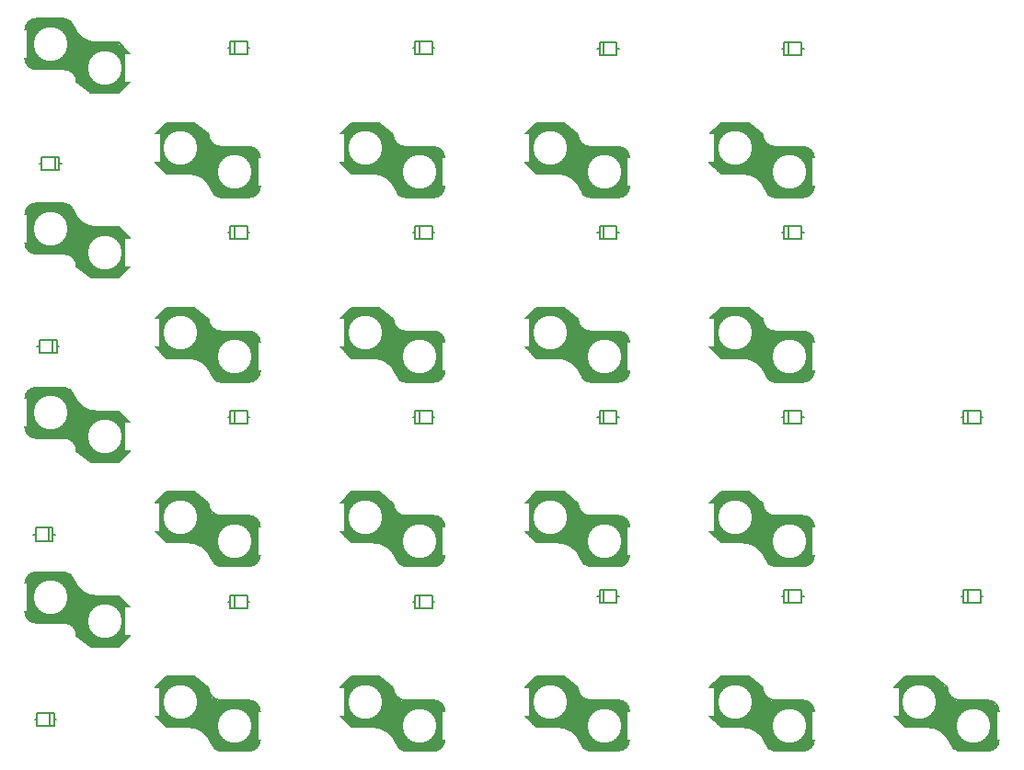
<source format=gbr>
%TF.GenerationSoftware,KiCad,Pcbnew,9.0.2*%
%TF.CreationDate,2025-12-07T23:51:36+09:00*%
%TF.ProjectId,FrostOrtho_L,46726f73-744f-4727-9468-6f5f4c2e6b69,rev?*%
%TF.SameCoordinates,Original*%
%TF.FileFunction,Legend,Bot*%
%TF.FilePolarity,Positive*%
%FSLAX46Y46*%
G04 Gerber Fmt 4.6, Leading zero omitted, Abs format (unit mm)*
G04 Created by KiCad (PCBNEW 9.0.2) date 2025-12-07 23:51:36*
%MOMM*%
%LPD*%
G01*
G04 APERTURE LIST*
%ADD10C,0.200000*%
%ADD11C,0.150000*%
%ADD12R,1.200000X0.950000*%
%ADD13C,1.900000*%
%ADD14C,3.100000*%
%ADD15C,5.000000*%
%ADD16C,1.000000*%
%ADD17R,2.600000X2.600000*%
%ADD18O,2.750000X1.800000*%
%ADD19C,1.500000*%
%ADD20C,4.350000*%
%ADD21C,0.900000*%
G04 APERTURE END LIST*
D10*
%TO.C,D17*%
X111359343Y-23000000D02*
X111557781Y-23000000D01*
X111557781Y-22404686D02*
X111557781Y-23595314D01*
X111557781Y-23595314D02*
X113145285Y-23595314D01*
X111954657Y-23595314D02*
X111954657Y-22404686D01*
X113145285Y-22404686D02*
X111557781Y-22404686D01*
X113145285Y-23000000D02*
X113343723Y-23000000D01*
X113145285Y-23595314D02*
X113145285Y-22404686D01*
%TO.C,D15*%
X94359343Y-57000000D02*
X94557781Y-57000000D01*
X94557781Y-56404686D02*
X94557781Y-57595314D01*
X94557781Y-57595314D02*
X96145285Y-57595314D01*
X94954657Y-57595314D02*
X94954657Y-56404686D01*
X96145285Y-56404686D02*
X94557781Y-56404686D01*
X96145285Y-57000000D02*
X96343723Y-57000000D01*
X96145285Y-57595314D02*
X96145285Y-56404686D01*
D11*
%TO.C,SW17*%
X104700000Y-30900000D02*
X104700000Y-33500000D01*
X104700000Y-30900000D02*
X105725000Y-29875000D01*
X104700000Y-33500000D02*
X105725000Y-34525000D01*
X104850000Y-33650000D02*
X104850000Y-30750000D01*
X105000000Y-33750000D02*
X105000000Y-30600000D01*
X105150000Y-33950000D02*
X105150000Y-30450000D01*
X105300000Y-34100000D02*
X105300000Y-30300000D01*
X105450000Y-34250000D02*
X105450000Y-30150000D01*
X105600000Y-34350000D02*
X105600000Y-30000000D01*
X105750000Y-34500000D02*
X105750000Y-29900000D01*
X105900000Y-34500000D02*
X105900000Y-29900000D01*
X106050000Y-34500000D02*
X106050000Y-29900000D01*
X106200000Y-34500000D02*
X106200000Y-29900000D01*
X106350000Y-34500000D02*
X106350000Y-29900000D01*
X106500000Y-34500000D02*
X106500000Y-29900000D01*
X106650000Y-34500000D02*
X106650000Y-29900000D01*
X106800000Y-34500000D02*
X106800000Y-29900000D01*
X106950000Y-34500000D02*
X106950000Y-29900000D01*
X107100000Y-34500000D02*
X107100000Y-29900000D01*
X107250000Y-34500000D02*
X107250000Y-29900000D01*
X107400000Y-34500000D02*
X107400000Y-29900000D01*
X107550000Y-34500000D02*
X107550000Y-29900000D01*
X107700000Y-34500000D02*
X107700000Y-29900000D01*
X107700000Y-34525000D02*
X105725000Y-34525000D01*
X107850000Y-34500000D02*
X107850000Y-29950000D01*
X108000000Y-34550000D02*
X108000000Y-29900000D01*
X108150000Y-34550000D02*
X108150000Y-29900000D01*
X108275000Y-29875000D02*
X105725000Y-29875000D01*
X108275000Y-29875000D02*
X109550000Y-30900000D01*
X108300000Y-34550000D02*
X108300000Y-29950000D01*
X108450000Y-34600000D02*
X108450000Y-30050000D01*
X108600000Y-34700000D02*
X108600000Y-30150000D01*
X108750000Y-34750000D02*
X108750000Y-30300000D01*
X108900000Y-34850000D02*
X108900000Y-30400000D01*
X109050000Y-34950000D02*
X109050000Y-30550000D01*
X109200000Y-35050000D02*
X109200000Y-30650000D01*
X109350000Y-35200000D02*
X109350000Y-30750000D01*
X109500000Y-35350000D02*
X109500000Y-30900000D01*
X109600000Y-35550000D02*
X109600000Y-31400000D01*
X109700000Y-35700000D02*
X109700000Y-31550000D01*
X109800000Y-35900000D02*
X109800000Y-31750000D01*
X109900000Y-36050000D02*
X109900000Y-31850000D01*
X110000000Y-36300000D02*
X110000000Y-31900000D01*
X110100000Y-36450000D02*
X110100000Y-31950000D01*
X110250000Y-36550000D02*
X110250000Y-32000000D01*
X110400000Y-36650000D02*
X110400000Y-32100000D01*
X110550000Y-36700000D02*
X110550000Y-32100000D01*
X110700000Y-36700000D02*
X110700000Y-32100000D01*
X110850000Y-36700000D02*
X110850000Y-32150000D01*
X111000000Y-36700000D02*
X111000000Y-32100000D01*
X111150000Y-36700000D02*
X111150000Y-32100000D01*
X111300000Y-36700000D02*
X111300000Y-32100000D01*
X111450000Y-36700000D02*
X111450000Y-32100000D01*
X111600000Y-36700000D02*
X111600000Y-32100000D01*
X111750000Y-36700000D02*
X111750000Y-32100000D01*
X111900000Y-36700000D02*
X111900000Y-32100000D01*
X112050000Y-36700000D02*
X112050000Y-32100000D01*
X112200000Y-36700000D02*
X112200000Y-32100000D01*
X112350000Y-36700000D02*
X112350000Y-32100000D01*
X112500000Y-36700000D02*
X112500000Y-32100000D01*
X112650000Y-36700000D02*
X112650000Y-32100000D01*
X112800000Y-36700000D02*
X112800000Y-32100000D01*
X112950000Y-36700000D02*
X112950000Y-32100000D01*
X113100000Y-36700000D02*
X113100000Y-32100000D01*
X113250000Y-36700000D02*
X113250000Y-32100000D01*
X113300000Y-32075000D02*
X110725000Y-32075000D01*
X113300000Y-36725000D02*
X110700000Y-36725000D01*
X113400000Y-36700000D02*
X113400000Y-32150000D01*
X113550000Y-36650000D02*
X113550000Y-32150000D01*
X113700000Y-36600000D02*
X113700000Y-32200000D01*
X113850000Y-36500000D02*
X113850000Y-32300000D01*
X113950000Y-36400000D02*
X113950000Y-32450000D01*
X114050000Y-36300000D02*
X114050000Y-32550000D01*
X114150000Y-36150000D02*
X114150000Y-32600000D01*
X114300000Y-33075000D02*
X114300000Y-35725000D01*
X107700000Y-34525000D02*
G75*
G02*
X109837801Y-36021904I-1J-2275002D01*
G01*
X110699005Y-36723791D02*
G75*
G02*
X109837801Y-36021904I38796J926887D01*
G01*
X110725000Y-32075000D02*
G75*
G02*
X109550000Y-30900000I2J1175002D01*
G01*
X113300000Y-32075000D02*
G75*
G02*
X114300000Y-33075000I0J-1000000D01*
G01*
X114300000Y-35725000D02*
G75*
G02*
X113300000Y-36725000I-1000000J0D01*
G01*
%TO.C,SW1*%
X41700000Y-23925000D02*
X41700000Y-21275000D01*
X41850000Y-20850000D02*
X41850000Y-24400000D01*
X41950000Y-20700000D02*
X41950000Y-24450000D01*
X42050000Y-20600000D02*
X42050000Y-24550000D01*
X42150000Y-20500000D02*
X42150000Y-24700000D01*
X42300000Y-20400000D02*
X42300000Y-24800000D01*
X42450000Y-20350000D02*
X42450000Y-24850000D01*
X42600000Y-20300000D02*
X42600000Y-24850000D01*
X42700000Y-20275000D02*
X45300000Y-20275000D01*
X42700000Y-24925000D02*
X45275000Y-24925000D01*
X42750000Y-20300000D02*
X42750000Y-24900000D01*
X42900000Y-20300000D02*
X42900000Y-24900000D01*
X43050000Y-20300000D02*
X43050000Y-24900000D01*
X43200000Y-20300000D02*
X43200000Y-24900000D01*
X43350000Y-20300000D02*
X43350000Y-24900000D01*
X43500000Y-20300000D02*
X43500000Y-24900000D01*
X43650000Y-20300000D02*
X43650000Y-24900000D01*
X43800000Y-20300000D02*
X43800000Y-24900000D01*
X43950000Y-20300000D02*
X43950000Y-24900000D01*
X44100000Y-20300000D02*
X44100000Y-24900000D01*
X44250000Y-20300000D02*
X44250000Y-24900000D01*
X44400000Y-20300000D02*
X44400000Y-24900000D01*
X44550000Y-20300000D02*
X44550000Y-24900000D01*
X44700000Y-20300000D02*
X44700000Y-24900000D01*
X44850000Y-20300000D02*
X44850000Y-24900000D01*
X45000000Y-20300000D02*
X45000000Y-24900000D01*
X45150000Y-20300000D02*
X45150000Y-24850000D01*
X45300000Y-20300000D02*
X45300000Y-24900000D01*
X45450000Y-20300000D02*
X45450000Y-24900000D01*
X45600000Y-20350000D02*
X45600000Y-24900000D01*
X45750000Y-20450000D02*
X45750000Y-25000000D01*
X45900000Y-20550000D02*
X45900000Y-25050000D01*
X46000000Y-20700000D02*
X46000000Y-25100000D01*
X46100000Y-20950000D02*
X46100000Y-25150000D01*
X46200000Y-21100000D02*
X46200000Y-25250000D01*
X46300000Y-21300000D02*
X46300000Y-25450000D01*
X46400000Y-21450000D02*
X46400000Y-25600000D01*
X46500000Y-21650000D02*
X46500000Y-26100000D01*
X46650000Y-21800000D02*
X46650000Y-26250000D01*
X46800000Y-21950000D02*
X46800000Y-26350000D01*
X46950000Y-22050000D02*
X46950000Y-26450000D01*
X47100000Y-22150000D02*
X47100000Y-26600000D01*
X47250000Y-22250000D02*
X47250000Y-26700000D01*
X47400000Y-22300000D02*
X47400000Y-26850000D01*
X47550000Y-22400000D02*
X47550000Y-26950000D01*
X47700000Y-22450000D02*
X47700000Y-27050000D01*
X47725000Y-27125000D02*
X46450000Y-26100000D01*
X47725000Y-27125000D02*
X50275000Y-27125000D01*
X47850000Y-22450000D02*
X47850000Y-27100000D01*
X48000000Y-22450000D02*
X48000000Y-27100000D01*
X48150000Y-22500000D02*
X48150000Y-27050000D01*
X48300000Y-22475000D02*
X50275000Y-22475000D01*
X48300000Y-22500000D02*
X48300000Y-27100000D01*
X48450000Y-22500000D02*
X48450000Y-27100000D01*
X48600000Y-22500000D02*
X48600000Y-27100000D01*
X48750000Y-22500000D02*
X48750000Y-27100000D01*
X48900000Y-22500000D02*
X48900000Y-27100000D01*
X49050000Y-22500000D02*
X49050000Y-27100000D01*
X49200000Y-22500000D02*
X49200000Y-27100000D01*
X49350000Y-22500000D02*
X49350000Y-27100000D01*
X49500000Y-22500000D02*
X49500000Y-27100000D01*
X49650000Y-22500000D02*
X49650000Y-27100000D01*
X49800000Y-22500000D02*
X49800000Y-27100000D01*
X49950000Y-22500000D02*
X49950000Y-27100000D01*
X50100000Y-22500000D02*
X50100000Y-27100000D01*
X50250000Y-22500000D02*
X50250000Y-27100000D01*
X50400000Y-22650000D02*
X50400000Y-27000000D01*
X50550000Y-22750000D02*
X50550000Y-26850000D01*
X50700000Y-22900000D02*
X50700000Y-26700000D01*
X50850000Y-23050000D02*
X50850000Y-26550000D01*
X51000000Y-23250000D02*
X51000000Y-26400000D01*
X51150000Y-23350000D02*
X51150000Y-26250000D01*
X51300000Y-23500000D02*
X50275000Y-22475000D01*
X51300000Y-26100000D02*
X50275000Y-27125000D01*
X51300000Y-26100000D02*
X51300000Y-23500000D01*
X41700000Y-21275000D02*
G75*
G02*
X42700000Y-20275000I1000000J0D01*
G01*
X42700000Y-24925000D02*
G75*
G02*
X41700000Y-23925000I0J1000000D01*
G01*
X45275000Y-24925000D02*
G75*
G02*
X46450000Y-26100000I-2J-1175002D01*
G01*
X45300995Y-20276209D02*
G75*
G02*
X46162199Y-20978096I-38796J-926887D01*
G01*
X48300000Y-22475000D02*
G75*
G02*
X46162199Y-20978096I1J2275002D01*
G01*
D10*
%TO.C,D19*%
X111359343Y-56975000D02*
X111557781Y-56975000D01*
X111557781Y-56379686D02*
X111557781Y-57570314D01*
X111557781Y-57570314D02*
X113145285Y-57570314D01*
X111954657Y-57570314D02*
X111954657Y-56379686D01*
X113145285Y-56379686D02*
X111557781Y-56379686D01*
X113145285Y-56975000D02*
X113343723Y-56975000D01*
X113145285Y-57570314D02*
X113145285Y-56379686D01*
%TO.C,D22*%
X127859343Y-73500000D02*
X128057781Y-73500000D01*
X128057781Y-72904686D02*
X128057781Y-74095314D01*
X128057781Y-74095314D02*
X129645285Y-74095314D01*
X128454657Y-74095314D02*
X128454657Y-72904686D01*
X129645285Y-72904686D02*
X128057781Y-72904686D01*
X129645285Y-73500000D02*
X129843723Y-73500000D01*
X129645285Y-74095314D02*
X129645285Y-72904686D01*
D11*
%TO.C,SW15*%
X87700000Y-64900000D02*
X87700000Y-67500000D01*
X87700000Y-64900000D02*
X88725000Y-63875000D01*
X87700000Y-67500000D02*
X88725000Y-68525000D01*
X87850000Y-67650000D02*
X87850000Y-64750000D01*
X88000000Y-67750000D02*
X88000000Y-64600000D01*
X88150000Y-67950000D02*
X88150000Y-64450000D01*
X88300000Y-68100000D02*
X88300000Y-64300000D01*
X88450000Y-68250000D02*
X88450000Y-64150000D01*
X88600000Y-68350000D02*
X88600000Y-64000000D01*
X88750000Y-68500000D02*
X88750000Y-63900000D01*
X88900000Y-68500000D02*
X88900000Y-63900000D01*
X89050000Y-68500000D02*
X89050000Y-63900000D01*
X89200000Y-68500000D02*
X89200000Y-63900000D01*
X89350000Y-68500000D02*
X89350000Y-63900000D01*
X89500000Y-68500000D02*
X89500000Y-63900000D01*
X89650000Y-68500000D02*
X89650000Y-63900000D01*
X89800000Y-68500000D02*
X89800000Y-63900000D01*
X89950000Y-68500000D02*
X89950000Y-63900000D01*
X90100000Y-68500000D02*
X90100000Y-63900000D01*
X90250000Y-68500000D02*
X90250000Y-63900000D01*
X90400000Y-68500000D02*
X90400000Y-63900000D01*
X90550000Y-68500000D02*
X90550000Y-63900000D01*
X90700000Y-68500000D02*
X90700000Y-63900000D01*
X90700000Y-68525000D02*
X88725000Y-68525000D01*
X90850000Y-68500000D02*
X90850000Y-63950000D01*
X91000000Y-68550000D02*
X91000000Y-63900000D01*
X91150000Y-68550000D02*
X91150000Y-63900000D01*
X91275000Y-63875000D02*
X88725000Y-63875000D01*
X91275000Y-63875000D02*
X92550000Y-64900000D01*
X91300000Y-68550000D02*
X91300000Y-63950000D01*
X91450000Y-68600000D02*
X91450000Y-64050000D01*
X91600000Y-68700000D02*
X91600000Y-64150000D01*
X91750000Y-68750000D02*
X91750000Y-64300000D01*
X91900000Y-68850000D02*
X91900000Y-64400000D01*
X92050000Y-68950000D02*
X92050000Y-64550000D01*
X92200000Y-69050000D02*
X92200000Y-64650000D01*
X92350000Y-69200000D02*
X92350000Y-64750000D01*
X92500000Y-69350000D02*
X92500000Y-64900000D01*
X92600000Y-69550000D02*
X92600000Y-65400000D01*
X92700000Y-69700000D02*
X92700000Y-65550000D01*
X92800000Y-69900000D02*
X92800000Y-65750000D01*
X92900000Y-70050000D02*
X92900000Y-65850000D01*
X93000000Y-70300000D02*
X93000000Y-65900000D01*
X93100000Y-70450000D02*
X93100000Y-65950000D01*
X93250000Y-70550000D02*
X93250000Y-66000000D01*
X93400000Y-70650000D02*
X93400000Y-66100000D01*
X93550000Y-70700000D02*
X93550000Y-66100000D01*
X93700000Y-70700000D02*
X93700000Y-66100000D01*
X93850000Y-70700000D02*
X93850000Y-66150000D01*
X94000000Y-70700000D02*
X94000000Y-66100000D01*
X94150000Y-70700000D02*
X94150000Y-66100000D01*
X94300000Y-70700000D02*
X94300000Y-66100000D01*
X94450000Y-70700000D02*
X94450000Y-66100000D01*
X94600000Y-70700000D02*
X94600000Y-66100000D01*
X94750000Y-70700000D02*
X94750000Y-66100000D01*
X94900000Y-70700000D02*
X94900000Y-66100000D01*
X95050000Y-70700000D02*
X95050000Y-66100000D01*
X95200000Y-70700000D02*
X95200000Y-66100000D01*
X95350000Y-70700000D02*
X95350000Y-66100000D01*
X95500000Y-70700000D02*
X95500000Y-66100000D01*
X95650000Y-70700000D02*
X95650000Y-66100000D01*
X95800000Y-70700000D02*
X95800000Y-66100000D01*
X95950000Y-70700000D02*
X95950000Y-66100000D01*
X96100000Y-70700000D02*
X96100000Y-66100000D01*
X96250000Y-70700000D02*
X96250000Y-66100000D01*
X96300000Y-66075000D02*
X93725000Y-66075000D01*
X96300000Y-70725000D02*
X93700000Y-70725000D01*
X96400000Y-70700000D02*
X96400000Y-66150000D01*
X96550000Y-70650000D02*
X96550000Y-66150000D01*
X96700000Y-70600000D02*
X96700000Y-66200000D01*
X96850000Y-70500000D02*
X96850000Y-66300000D01*
X96950000Y-70400000D02*
X96950000Y-66450000D01*
X97050000Y-70300000D02*
X97050000Y-66550000D01*
X97150000Y-70150000D02*
X97150000Y-66600000D01*
X97300000Y-67075000D02*
X97300000Y-69725000D01*
X90700000Y-68525000D02*
G75*
G02*
X92837801Y-70021904I-1J-2275002D01*
G01*
X93699005Y-70723791D02*
G75*
G02*
X92837801Y-70021904I38796J926887D01*
G01*
X93725000Y-66075000D02*
G75*
G02*
X92550000Y-64900000I2J1175002D01*
G01*
X96300000Y-66075000D02*
G75*
G02*
X97300000Y-67075000I0J-1000000D01*
G01*
X97300000Y-69725000D02*
G75*
G02*
X96300000Y-70725000I-1000000J0D01*
G01*
D10*
%TO.C,D11*%
X77359343Y-57000000D02*
X77557781Y-57000000D01*
X77557781Y-56404686D02*
X77557781Y-57595314D01*
X77557781Y-57595314D02*
X79145285Y-57595314D01*
X77954657Y-57595314D02*
X77954657Y-56404686D01*
X79145285Y-56404686D02*
X77557781Y-56404686D01*
X79145285Y-57000000D02*
X79343723Y-57000000D01*
X79145285Y-57595314D02*
X79145285Y-56404686D01*
D11*
%TO.C,SW14*%
X87700000Y-47900000D02*
X87700000Y-50500000D01*
X87700000Y-47900000D02*
X88725000Y-46875000D01*
X87700000Y-50500000D02*
X88725000Y-51525000D01*
X87850000Y-50650000D02*
X87850000Y-47750000D01*
X88000000Y-50750000D02*
X88000000Y-47600000D01*
X88150000Y-50950000D02*
X88150000Y-47450000D01*
X88300000Y-51100000D02*
X88300000Y-47300000D01*
X88450000Y-51250000D02*
X88450000Y-47150000D01*
X88600000Y-51350000D02*
X88600000Y-47000000D01*
X88750000Y-51500000D02*
X88750000Y-46900000D01*
X88900000Y-51500000D02*
X88900000Y-46900000D01*
X89050000Y-51500000D02*
X89050000Y-46900000D01*
X89200000Y-51500000D02*
X89200000Y-46900000D01*
X89350000Y-51500000D02*
X89350000Y-46900000D01*
X89500000Y-51500000D02*
X89500000Y-46900000D01*
X89650000Y-51500000D02*
X89650000Y-46900000D01*
X89800000Y-51500000D02*
X89800000Y-46900000D01*
X89950000Y-51500000D02*
X89950000Y-46900000D01*
X90100000Y-51500000D02*
X90100000Y-46900000D01*
X90250000Y-51500000D02*
X90250000Y-46900000D01*
X90400000Y-51500000D02*
X90400000Y-46900000D01*
X90550000Y-51500000D02*
X90550000Y-46900000D01*
X90700000Y-51500000D02*
X90700000Y-46900000D01*
X90700000Y-51525000D02*
X88725000Y-51525000D01*
X90850000Y-51500000D02*
X90850000Y-46950000D01*
X91000000Y-51550000D02*
X91000000Y-46900000D01*
X91150000Y-51550000D02*
X91150000Y-46900000D01*
X91275000Y-46875000D02*
X88725000Y-46875000D01*
X91275000Y-46875000D02*
X92550000Y-47900000D01*
X91300000Y-51550000D02*
X91300000Y-46950000D01*
X91450000Y-51600000D02*
X91450000Y-47050000D01*
X91600000Y-51700000D02*
X91600000Y-47150000D01*
X91750000Y-51750000D02*
X91750000Y-47300000D01*
X91900000Y-51850000D02*
X91900000Y-47400000D01*
X92050000Y-51950000D02*
X92050000Y-47550000D01*
X92200000Y-52050000D02*
X92200000Y-47650000D01*
X92350000Y-52200000D02*
X92350000Y-47750000D01*
X92500000Y-52350000D02*
X92500000Y-47900000D01*
X92600000Y-52550000D02*
X92600000Y-48400000D01*
X92700000Y-52700000D02*
X92700000Y-48550000D01*
X92800000Y-52900000D02*
X92800000Y-48750000D01*
X92900000Y-53050000D02*
X92900000Y-48850000D01*
X93000000Y-53300000D02*
X93000000Y-48900000D01*
X93100000Y-53450000D02*
X93100000Y-48950000D01*
X93250000Y-53550000D02*
X93250000Y-49000000D01*
X93400000Y-53650000D02*
X93400000Y-49100000D01*
X93550000Y-53700000D02*
X93550000Y-49100000D01*
X93700000Y-53700000D02*
X93700000Y-49100000D01*
X93850000Y-53700000D02*
X93850000Y-49150000D01*
X94000000Y-53700000D02*
X94000000Y-49100000D01*
X94150000Y-53700000D02*
X94150000Y-49100000D01*
X94300000Y-53700000D02*
X94300000Y-49100000D01*
X94450000Y-53700000D02*
X94450000Y-49100000D01*
X94600000Y-53700000D02*
X94600000Y-49100000D01*
X94750000Y-53700000D02*
X94750000Y-49100000D01*
X94900000Y-53700000D02*
X94900000Y-49100000D01*
X95050000Y-53700000D02*
X95050000Y-49100000D01*
X95200000Y-53700000D02*
X95200000Y-49100000D01*
X95350000Y-53700000D02*
X95350000Y-49100000D01*
X95500000Y-53700000D02*
X95500000Y-49100000D01*
X95650000Y-53700000D02*
X95650000Y-49100000D01*
X95800000Y-53700000D02*
X95800000Y-49100000D01*
X95950000Y-53700000D02*
X95950000Y-49100000D01*
X96100000Y-53700000D02*
X96100000Y-49100000D01*
X96250000Y-53700000D02*
X96250000Y-49100000D01*
X96300000Y-49075000D02*
X93725000Y-49075000D01*
X96300000Y-53725000D02*
X93700000Y-53725000D01*
X96400000Y-53700000D02*
X96400000Y-49150000D01*
X96550000Y-53650000D02*
X96550000Y-49150000D01*
X96700000Y-53600000D02*
X96700000Y-49200000D01*
X96850000Y-53500000D02*
X96850000Y-49300000D01*
X96950000Y-53400000D02*
X96950000Y-49450000D01*
X97050000Y-53300000D02*
X97050000Y-49550000D01*
X97150000Y-53150000D02*
X97150000Y-49600000D01*
X97300000Y-50075000D02*
X97300000Y-52725000D01*
X90700000Y-51525000D02*
G75*
G02*
X92837801Y-53021904I-1J-2275002D01*
G01*
X93699005Y-53723791D02*
G75*
G02*
X92837801Y-53021904I38796J926887D01*
G01*
X93725000Y-49075000D02*
G75*
G02*
X92550000Y-47900000I2J1175002D01*
G01*
X96300000Y-49075000D02*
G75*
G02*
X97300000Y-50075000I0J-1000000D01*
G01*
X97300000Y-52725000D02*
G75*
G02*
X96300000Y-53725000I-1000000J0D01*
G01*
%TO.C,SW8*%
X53700000Y-81900000D02*
X53700000Y-84500000D01*
X53700000Y-81900000D02*
X54725000Y-80875000D01*
X53700000Y-84500000D02*
X54725000Y-85525000D01*
X53850000Y-84650000D02*
X53850000Y-81750000D01*
X54000000Y-84750000D02*
X54000000Y-81600000D01*
X54150000Y-84950000D02*
X54150000Y-81450000D01*
X54300000Y-85100000D02*
X54300000Y-81300000D01*
X54450000Y-85250000D02*
X54450000Y-81150000D01*
X54600000Y-85350000D02*
X54600000Y-81000000D01*
X54750000Y-85500000D02*
X54750000Y-80900000D01*
X54900000Y-85500000D02*
X54900000Y-80900000D01*
X55050000Y-85500000D02*
X55050000Y-80900000D01*
X55200000Y-85500000D02*
X55200000Y-80900000D01*
X55350000Y-85500000D02*
X55350000Y-80900000D01*
X55500000Y-85500000D02*
X55500000Y-80900000D01*
X55650000Y-85500000D02*
X55650000Y-80900000D01*
X55800000Y-85500000D02*
X55800000Y-80900000D01*
X55950000Y-85500000D02*
X55950000Y-80900000D01*
X56100000Y-85500000D02*
X56100000Y-80900000D01*
X56250000Y-85500000D02*
X56250000Y-80900000D01*
X56400000Y-85500000D02*
X56400000Y-80900000D01*
X56550000Y-85500000D02*
X56550000Y-80900000D01*
X56700000Y-85500000D02*
X56700000Y-80900000D01*
X56700000Y-85525000D02*
X54725000Y-85525000D01*
X56850000Y-85500000D02*
X56850000Y-80950000D01*
X57000000Y-85550000D02*
X57000000Y-80900000D01*
X57150000Y-85550000D02*
X57150000Y-80900000D01*
X57275000Y-80875000D02*
X54725000Y-80875000D01*
X57275000Y-80875000D02*
X58550000Y-81900000D01*
X57300000Y-85550000D02*
X57300000Y-80950000D01*
X57450000Y-85600000D02*
X57450000Y-81050000D01*
X57600000Y-85700000D02*
X57600000Y-81150000D01*
X57750000Y-85750000D02*
X57750000Y-81300000D01*
X57900000Y-85850000D02*
X57900000Y-81400000D01*
X58050000Y-85950000D02*
X58050000Y-81550000D01*
X58200000Y-86050000D02*
X58200000Y-81650000D01*
X58350000Y-86200000D02*
X58350000Y-81750000D01*
X58500000Y-86350000D02*
X58500000Y-81900000D01*
X58600000Y-86550000D02*
X58600000Y-82400000D01*
X58700000Y-86700000D02*
X58700000Y-82550000D01*
X58800000Y-86900000D02*
X58800000Y-82750000D01*
X58900000Y-87050000D02*
X58900000Y-82850000D01*
X59000000Y-87300000D02*
X59000000Y-82900000D01*
X59100000Y-87450000D02*
X59100000Y-82950000D01*
X59250000Y-87550000D02*
X59250000Y-83000000D01*
X59400000Y-87650000D02*
X59400000Y-83100000D01*
X59550000Y-87700000D02*
X59550000Y-83100000D01*
X59700000Y-87700000D02*
X59700000Y-83100000D01*
X59850000Y-87700000D02*
X59850000Y-83150000D01*
X60000000Y-87700000D02*
X60000000Y-83100000D01*
X60150000Y-87700000D02*
X60150000Y-83100000D01*
X60300000Y-87700000D02*
X60300000Y-83100000D01*
X60450000Y-87700000D02*
X60450000Y-83100000D01*
X60600000Y-87700000D02*
X60600000Y-83100000D01*
X60750000Y-87700000D02*
X60750000Y-83100000D01*
X60900000Y-87700000D02*
X60900000Y-83100000D01*
X61050000Y-87700000D02*
X61050000Y-83100000D01*
X61200000Y-87700000D02*
X61200000Y-83100000D01*
X61350000Y-87700000D02*
X61350000Y-83100000D01*
X61500000Y-87700000D02*
X61500000Y-83100000D01*
X61650000Y-87700000D02*
X61650000Y-83100000D01*
X61800000Y-87700000D02*
X61800000Y-83100000D01*
X61950000Y-87700000D02*
X61950000Y-83100000D01*
X62100000Y-87700000D02*
X62100000Y-83100000D01*
X62250000Y-87700000D02*
X62250000Y-83100000D01*
X62300000Y-83075000D02*
X59725000Y-83075000D01*
X62300000Y-87725000D02*
X59700000Y-87725000D01*
X62400000Y-87700000D02*
X62400000Y-83150000D01*
X62550000Y-87650000D02*
X62550000Y-83150000D01*
X62700000Y-87600000D02*
X62700000Y-83200000D01*
X62850000Y-87500000D02*
X62850000Y-83300000D01*
X62950000Y-87400000D02*
X62950000Y-83450000D01*
X63050000Y-87300000D02*
X63050000Y-83550000D01*
X63150000Y-87150000D02*
X63150000Y-83600000D01*
X63300000Y-84075000D02*
X63300000Y-86725000D01*
X56700000Y-85525000D02*
G75*
G02*
X58837801Y-87021904I-1J-2275002D01*
G01*
X59699005Y-87723791D02*
G75*
G02*
X58837801Y-87021904I38796J926887D01*
G01*
X59725000Y-83075000D02*
G75*
G02*
X58550000Y-81900000I2J1175002D01*
G01*
X62300000Y-83075000D02*
G75*
G02*
X63300000Y-84075000I0J-1000000D01*
G01*
X63300000Y-86725000D02*
G75*
G02*
X62300000Y-87725000I-1000000J0D01*
G01*
D10*
%TO.C,D5*%
X60359343Y-22975000D02*
X60557781Y-22975000D01*
X60557781Y-22379686D02*
X60557781Y-23570314D01*
X60557781Y-23570314D02*
X62145285Y-23570314D01*
X60954657Y-23570314D02*
X60954657Y-22379686D01*
X62145285Y-22379686D02*
X60557781Y-22379686D01*
X62145285Y-22975000D02*
X62343723Y-22975000D01*
X62145285Y-23570314D02*
X62145285Y-22379686D01*
%TO.C,D21*%
X127859343Y-57000000D02*
X128057781Y-57000000D01*
X128057781Y-56404686D02*
X128057781Y-57595314D01*
X128057781Y-57595314D02*
X129645285Y-57595314D01*
X128454657Y-57595314D02*
X128454657Y-56404686D01*
X129645285Y-56404686D02*
X128057781Y-56404686D01*
X129645285Y-57000000D02*
X129843723Y-57000000D01*
X129645285Y-57595314D02*
X129645285Y-56404686D01*
D11*
%TO.C,SW18*%
X104700000Y-47900000D02*
X104700000Y-50500000D01*
X104700000Y-47900000D02*
X105725000Y-46875000D01*
X104700000Y-50500000D02*
X105725000Y-51525000D01*
X104850000Y-50650000D02*
X104850000Y-47750000D01*
X105000000Y-50750000D02*
X105000000Y-47600000D01*
X105150000Y-50950000D02*
X105150000Y-47450000D01*
X105300000Y-51100000D02*
X105300000Y-47300000D01*
X105450000Y-51250000D02*
X105450000Y-47150000D01*
X105600000Y-51350000D02*
X105600000Y-47000000D01*
X105750000Y-51500000D02*
X105750000Y-46900000D01*
X105900000Y-51500000D02*
X105900000Y-46900000D01*
X106050000Y-51500000D02*
X106050000Y-46900000D01*
X106200000Y-51500000D02*
X106200000Y-46900000D01*
X106350000Y-51500000D02*
X106350000Y-46900000D01*
X106500000Y-51500000D02*
X106500000Y-46900000D01*
X106650000Y-51500000D02*
X106650000Y-46900000D01*
X106800000Y-51500000D02*
X106800000Y-46900000D01*
X106950000Y-51500000D02*
X106950000Y-46900000D01*
X107100000Y-51500000D02*
X107100000Y-46900000D01*
X107250000Y-51500000D02*
X107250000Y-46900000D01*
X107400000Y-51500000D02*
X107400000Y-46900000D01*
X107550000Y-51500000D02*
X107550000Y-46900000D01*
X107700000Y-51500000D02*
X107700000Y-46900000D01*
X107700000Y-51525000D02*
X105725000Y-51525000D01*
X107850000Y-51500000D02*
X107850000Y-46950000D01*
X108000000Y-51550000D02*
X108000000Y-46900000D01*
X108150000Y-51550000D02*
X108150000Y-46900000D01*
X108275000Y-46875000D02*
X105725000Y-46875000D01*
X108275000Y-46875000D02*
X109550000Y-47900000D01*
X108300000Y-51550000D02*
X108300000Y-46950000D01*
X108450000Y-51600000D02*
X108450000Y-47050000D01*
X108600000Y-51700000D02*
X108600000Y-47150000D01*
X108750000Y-51750000D02*
X108750000Y-47300000D01*
X108900000Y-51850000D02*
X108900000Y-47400000D01*
X109050000Y-51950000D02*
X109050000Y-47550000D01*
X109200000Y-52050000D02*
X109200000Y-47650000D01*
X109350000Y-52200000D02*
X109350000Y-47750000D01*
X109500000Y-52350000D02*
X109500000Y-47900000D01*
X109600000Y-52550000D02*
X109600000Y-48400000D01*
X109700000Y-52700000D02*
X109700000Y-48550000D01*
X109800000Y-52900000D02*
X109800000Y-48750000D01*
X109900000Y-53050000D02*
X109900000Y-48850000D01*
X110000000Y-53300000D02*
X110000000Y-48900000D01*
X110100000Y-53450000D02*
X110100000Y-48950000D01*
X110250000Y-53550000D02*
X110250000Y-49000000D01*
X110400000Y-53650000D02*
X110400000Y-49100000D01*
X110550000Y-53700000D02*
X110550000Y-49100000D01*
X110700000Y-53700000D02*
X110700000Y-49100000D01*
X110850000Y-53700000D02*
X110850000Y-49150000D01*
X111000000Y-53700000D02*
X111000000Y-49100000D01*
X111150000Y-53700000D02*
X111150000Y-49100000D01*
X111300000Y-53700000D02*
X111300000Y-49100000D01*
X111450000Y-53700000D02*
X111450000Y-49100000D01*
X111600000Y-53700000D02*
X111600000Y-49100000D01*
X111750000Y-53700000D02*
X111750000Y-49100000D01*
X111900000Y-53700000D02*
X111900000Y-49100000D01*
X112050000Y-53700000D02*
X112050000Y-49100000D01*
X112200000Y-53700000D02*
X112200000Y-49100000D01*
X112350000Y-53700000D02*
X112350000Y-49100000D01*
X112500000Y-53700000D02*
X112500000Y-49100000D01*
X112650000Y-53700000D02*
X112650000Y-49100000D01*
X112800000Y-53700000D02*
X112800000Y-49100000D01*
X112950000Y-53700000D02*
X112950000Y-49100000D01*
X113100000Y-53700000D02*
X113100000Y-49100000D01*
X113250000Y-53700000D02*
X113250000Y-49100000D01*
X113300000Y-49075000D02*
X110725000Y-49075000D01*
X113300000Y-53725000D02*
X110700000Y-53725000D01*
X113400000Y-53700000D02*
X113400000Y-49150000D01*
X113550000Y-53650000D02*
X113550000Y-49150000D01*
X113700000Y-53600000D02*
X113700000Y-49200000D01*
X113850000Y-53500000D02*
X113850000Y-49300000D01*
X113950000Y-53400000D02*
X113950000Y-49450000D01*
X114050000Y-53300000D02*
X114050000Y-49550000D01*
X114150000Y-53150000D02*
X114150000Y-49600000D01*
X114300000Y-50075000D02*
X114300000Y-52725000D01*
X107700000Y-51525000D02*
G75*
G02*
X109837801Y-53021904I-1J-2275002D01*
G01*
X110699005Y-53723791D02*
G75*
G02*
X109837801Y-53021904I38796J926887D01*
G01*
X110725000Y-49075000D02*
G75*
G02*
X109550000Y-47900000I2J1175002D01*
G01*
X113300000Y-49075000D02*
G75*
G02*
X114300000Y-50075000I0J-1000000D01*
G01*
X114300000Y-52725000D02*
G75*
G02*
X113300000Y-53725000I-1000000J0D01*
G01*
D10*
%TO.C,D8*%
X60359343Y-74000000D02*
X60557781Y-74000000D01*
X60557781Y-73404686D02*
X60557781Y-74595314D01*
X60557781Y-74595314D02*
X62145285Y-74595314D01*
X60954657Y-74595314D02*
X60954657Y-73404686D01*
X62145285Y-73404686D02*
X60557781Y-73404686D01*
X62145285Y-74000000D02*
X62343723Y-74000000D01*
X62145285Y-74595314D02*
X62145285Y-73404686D01*
%TO.C,D16*%
X94359343Y-73500000D02*
X94557781Y-73500000D01*
X94557781Y-72904686D02*
X94557781Y-74095314D01*
X94557781Y-74095314D02*
X96145285Y-74095314D01*
X94954657Y-74095314D02*
X94954657Y-72904686D01*
X96145285Y-72904686D02*
X94557781Y-72904686D01*
X96145285Y-73500000D02*
X96343723Y-73500000D01*
X96145285Y-74095314D02*
X96145285Y-72904686D01*
D11*
%TO.C,SW2*%
X41700000Y-40925000D02*
X41700000Y-38275000D01*
X41850000Y-37850000D02*
X41850000Y-41400000D01*
X41950000Y-37700000D02*
X41950000Y-41450000D01*
X42050000Y-37600000D02*
X42050000Y-41550000D01*
X42150000Y-37500000D02*
X42150000Y-41700000D01*
X42300000Y-37400000D02*
X42300000Y-41800000D01*
X42450000Y-37350000D02*
X42450000Y-41850000D01*
X42600000Y-37300000D02*
X42600000Y-41850000D01*
X42700000Y-37275000D02*
X45300000Y-37275000D01*
X42700000Y-41925000D02*
X45275000Y-41925000D01*
X42750000Y-37300000D02*
X42750000Y-41900000D01*
X42900000Y-37300000D02*
X42900000Y-41900000D01*
X43050000Y-37300000D02*
X43050000Y-41900000D01*
X43200000Y-37300000D02*
X43200000Y-41900000D01*
X43350000Y-37300000D02*
X43350000Y-41900000D01*
X43500000Y-37300000D02*
X43500000Y-41900000D01*
X43650000Y-37300000D02*
X43650000Y-41900000D01*
X43800000Y-37300000D02*
X43800000Y-41900000D01*
X43950000Y-37300000D02*
X43950000Y-41900000D01*
X44100000Y-37300000D02*
X44100000Y-41900000D01*
X44250000Y-37300000D02*
X44250000Y-41900000D01*
X44400000Y-37300000D02*
X44400000Y-41900000D01*
X44550000Y-37300000D02*
X44550000Y-41900000D01*
X44700000Y-37300000D02*
X44700000Y-41900000D01*
X44850000Y-37300000D02*
X44850000Y-41900000D01*
X45000000Y-37300000D02*
X45000000Y-41900000D01*
X45150000Y-37300000D02*
X45150000Y-41850000D01*
X45300000Y-37300000D02*
X45300000Y-41900000D01*
X45450000Y-37300000D02*
X45450000Y-41900000D01*
X45600000Y-37350000D02*
X45600000Y-41900000D01*
X45750000Y-37450000D02*
X45750000Y-42000000D01*
X45900000Y-37550000D02*
X45900000Y-42050000D01*
X46000000Y-37700000D02*
X46000000Y-42100000D01*
X46100000Y-37950000D02*
X46100000Y-42150000D01*
X46200000Y-38100000D02*
X46200000Y-42250000D01*
X46300000Y-38300000D02*
X46300000Y-42450000D01*
X46400000Y-38450000D02*
X46400000Y-42600000D01*
X46500000Y-38650000D02*
X46500000Y-43100000D01*
X46650000Y-38800000D02*
X46650000Y-43250000D01*
X46800000Y-38950000D02*
X46800000Y-43350000D01*
X46950000Y-39050000D02*
X46950000Y-43450000D01*
X47100000Y-39150000D02*
X47100000Y-43600000D01*
X47250000Y-39250000D02*
X47250000Y-43700000D01*
X47400000Y-39300000D02*
X47400000Y-43850000D01*
X47550000Y-39400000D02*
X47550000Y-43950000D01*
X47700000Y-39450000D02*
X47700000Y-44050000D01*
X47725000Y-44125000D02*
X46450000Y-43100000D01*
X47725000Y-44125000D02*
X50275000Y-44125000D01*
X47850000Y-39450000D02*
X47850000Y-44100000D01*
X48000000Y-39450000D02*
X48000000Y-44100000D01*
X48150000Y-39500000D02*
X48150000Y-44050000D01*
X48300000Y-39475000D02*
X50275000Y-39475000D01*
X48300000Y-39500000D02*
X48300000Y-44100000D01*
X48450000Y-39500000D02*
X48450000Y-44100000D01*
X48600000Y-39500000D02*
X48600000Y-44100000D01*
X48750000Y-39500000D02*
X48750000Y-44100000D01*
X48900000Y-39500000D02*
X48900000Y-44100000D01*
X49050000Y-39500000D02*
X49050000Y-44100000D01*
X49200000Y-39500000D02*
X49200000Y-44100000D01*
X49350000Y-39500000D02*
X49350000Y-44100000D01*
X49500000Y-39500000D02*
X49500000Y-44100000D01*
X49650000Y-39500000D02*
X49650000Y-44100000D01*
X49800000Y-39500000D02*
X49800000Y-44100000D01*
X49950000Y-39500000D02*
X49950000Y-44100000D01*
X50100000Y-39500000D02*
X50100000Y-44100000D01*
X50250000Y-39500000D02*
X50250000Y-44100000D01*
X50400000Y-39650000D02*
X50400000Y-44000000D01*
X50550000Y-39750000D02*
X50550000Y-43850000D01*
X50700000Y-39900000D02*
X50700000Y-43700000D01*
X50850000Y-40050000D02*
X50850000Y-43550000D01*
X51000000Y-40250000D02*
X51000000Y-43400000D01*
X51150000Y-40350000D02*
X51150000Y-43250000D01*
X51300000Y-40500000D02*
X50275000Y-39475000D01*
X51300000Y-43100000D02*
X50275000Y-44125000D01*
X51300000Y-43100000D02*
X51300000Y-40500000D01*
X41700000Y-38275000D02*
G75*
G02*
X42700000Y-37275000I1000000J0D01*
G01*
X42700000Y-41925000D02*
G75*
G02*
X41700000Y-40925000I0J1000000D01*
G01*
X45275000Y-41925000D02*
G75*
G02*
X46450000Y-43100000I-2J-1175002D01*
G01*
X45300995Y-37276209D02*
G75*
G02*
X46162199Y-37978096I-38796J-926887D01*
G01*
X48300000Y-39475000D02*
G75*
G02*
X46162199Y-37978096I1J2275002D01*
G01*
D10*
%TO.C,D6*%
X60359343Y-40000000D02*
X60557781Y-40000000D01*
X60557781Y-39404686D02*
X60557781Y-40595314D01*
X60557781Y-40595314D02*
X62145285Y-40595314D01*
X60954657Y-40595314D02*
X60954657Y-39404686D01*
X62145285Y-39404686D02*
X60557781Y-39404686D01*
X62145285Y-40000000D02*
X62343723Y-40000000D01*
X62145285Y-40595314D02*
X62145285Y-39404686D01*
D11*
%TO.C,SW13*%
X87700000Y-30900000D02*
X87700000Y-33500000D01*
X87700000Y-30900000D02*
X88725000Y-29875000D01*
X87700000Y-33500000D02*
X88725000Y-34525000D01*
X87850000Y-33650000D02*
X87850000Y-30750000D01*
X88000000Y-33750000D02*
X88000000Y-30600000D01*
X88150000Y-33950000D02*
X88150000Y-30450000D01*
X88300000Y-34100000D02*
X88300000Y-30300000D01*
X88450000Y-34250000D02*
X88450000Y-30150000D01*
X88600000Y-34350000D02*
X88600000Y-30000000D01*
X88750000Y-34500000D02*
X88750000Y-29900000D01*
X88900000Y-34500000D02*
X88900000Y-29900000D01*
X89050000Y-34500000D02*
X89050000Y-29900000D01*
X89200000Y-34500000D02*
X89200000Y-29900000D01*
X89350000Y-34500000D02*
X89350000Y-29900000D01*
X89500000Y-34500000D02*
X89500000Y-29900000D01*
X89650000Y-34500000D02*
X89650000Y-29900000D01*
X89800000Y-34500000D02*
X89800000Y-29900000D01*
X89950000Y-34500000D02*
X89950000Y-29900000D01*
X90100000Y-34500000D02*
X90100000Y-29900000D01*
X90250000Y-34500000D02*
X90250000Y-29900000D01*
X90400000Y-34500000D02*
X90400000Y-29900000D01*
X90550000Y-34500000D02*
X90550000Y-29900000D01*
X90700000Y-34500000D02*
X90700000Y-29900000D01*
X90700000Y-34525000D02*
X88725000Y-34525000D01*
X90850000Y-34500000D02*
X90850000Y-29950000D01*
X91000000Y-34550000D02*
X91000000Y-29900000D01*
X91150000Y-34550000D02*
X91150000Y-29900000D01*
X91275000Y-29875000D02*
X88725000Y-29875000D01*
X91275000Y-29875000D02*
X92550000Y-30900000D01*
X91300000Y-34550000D02*
X91300000Y-29950000D01*
X91450000Y-34600000D02*
X91450000Y-30050000D01*
X91600000Y-34700000D02*
X91600000Y-30150000D01*
X91750000Y-34750000D02*
X91750000Y-30300000D01*
X91900000Y-34850000D02*
X91900000Y-30400000D01*
X92050000Y-34950000D02*
X92050000Y-30550000D01*
X92200000Y-35050000D02*
X92200000Y-30650000D01*
X92350000Y-35200000D02*
X92350000Y-30750000D01*
X92500000Y-35350000D02*
X92500000Y-30900000D01*
X92600000Y-35550000D02*
X92600000Y-31400000D01*
X92700000Y-35700000D02*
X92700000Y-31550000D01*
X92800000Y-35900000D02*
X92800000Y-31750000D01*
X92900000Y-36050000D02*
X92900000Y-31850000D01*
X93000000Y-36300000D02*
X93000000Y-31900000D01*
X93100000Y-36450000D02*
X93100000Y-31950000D01*
X93250000Y-36550000D02*
X93250000Y-32000000D01*
X93400000Y-36650000D02*
X93400000Y-32100000D01*
X93550000Y-36700000D02*
X93550000Y-32100000D01*
X93700000Y-36700000D02*
X93700000Y-32100000D01*
X93850000Y-36700000D02*
X93850000Y-32150000D01*
X94000000Y-36700000D02*
X94000000Y-32100000D01*
X94150000Y-36700000D02*
X94150000Y-32100000D01*
X94300000Y-36700000D02*
X94300000Y-32100000D01*
X94450000Y-36700000D02*
X94450000Y-32100000D01*
X94600000Y-36700000D02*
X94600000Y-32100000D01*
X94750000Y-36700000D02*
X94750000Y-32100000D01*
X94900000Y-36700000D02*
X94900000Y-32100000D01*
X95050000Y-36700000D02*
X95050000Y-32100000D01*
X95200000Y-36700000D02*
X95200000Y-32100000D01*
X95350000Y-36700000D02*
X95350000Y-32100000D01*
X95500000Y-36700000D02*
X95500000Y-32100000D01*
X95650000Y-36700000D02*
X95650000Y-32100000D01*
X95800000Y-36700000D02*
X95800000Y-32100000D01*
X95950000Y-36700000D02*
X95950000Y-32100000D01*
X96100000Y-36700000D02*
X96100000Y-32100000D01*
X96250000Y-36700000D02*
X96250000Y-32100000D01*
X96300000Y-32075000D02*
X93725000Y-32075000D01*
X96300000Y-36725000D02*
X93700000Y-36725000D01*
X96400000Y-36700000D02*
X96400000Y-32150000D01*
X96550000Y-36650000D02*
X96550000Y-32150000D01*
X96700000Y-36600000D02*
X96700000Y-32200000D01*
X96850000Y-36500000D02*
X96850000Y-32300000D01*
X96950000Y-36400000D02*
X96950000Y-32450000D01*
X97050000Y-36300000D02*
X97050000Y-32550000D01*
X97150000Y-36150000D02*
X97150000Y-32600000D01*
X97300000Y-33075000D02*
X97300000Y-35725000D01*
X90700000Y-34525000D02*
G75*
G02*
X92837801Y-36021904I-1J-2275002D01*
G01*
X93699005Y-36723791D02*
G75*
G02*
X92837801Y-36021904I38796J926887D01*
G01*
X93725000Y-32075000D02*
G75*
G02*
X92550000Y-30900000I2J1175002D01*
G01*
X96300000Y-32075000D02*
G75*
G02*
X97300000Y-33075000I0J-1000000D01*
G01*
X97300000Y-35725000D02*
G75*
G02*
X96300000Y-36725000I-1000000J0D01*
G01*
%TO.C,SW20*%
X104700000Y-81900000D02*
X104700000Y-84500000D01*
X104700000Y-81900000D02*
X105725000Y-80875000D01*
X104700000Y-84500000D02*
X105725000Y-85525000D01*
X104850000Y-84650000D02*
X104850000Y-81750000D01*
X105000000Y-84750000D02*
X105000000Y-81600000D01*
X105150000Y-84950000D02*
X105150000Y-81450000D01*
X105300000Y-85100000D02*
X105300000Y-81300000D01*
X105450000Y-85250000D02*
X105450000Y-81150000D01*
X105600000Y-85350000D02*
X105600000Y-81000000D01*
X105750000Y-85500000D02*
X105750000Y-80900000D01*
X105900000Y-85500000D02*
X105900000Y-80900000D01*
X106050000Y-85500000D02*
X106050000Y-80900000D01*
X106200000Y-85500000D02*
X106200000Y-80900000D01*
X106350000Y-85500000D02*
X106350000Y-80900000D01*
X106500000Y-85500000D02*
X106500000Y-80900000D01*
X106650000Y-85500000D02*
X106650000Y-80900000D01*
X106800000Y-85500000D02*
X106800000Y-80900000D01*
X106950000Y-85500000D02*
X106950000Y-80900000D01*
X107100000Y-85500000D02*
X107100000Y-80900000D01*
X107250000Y-85500000D02*
X107250000Y-80900000D01*
X107400000Y-85500000D02*
X107400000Y-80900000D01*
X107550000Y-85500000D02*
X107550000Y-80900000D01*
X107700000Y-85500000D02*
X107700000Y-80900000D01*
X107700000Y-85525000D02*
X105725000Y-85525000D01*
X107850000Y-85500000D02*
X107850000Y-80950000D01*
X108000000Y-85550000D02*
X108000000Y-80900000D01*
X108150000Y-85550000D02*
X108150000Y-80900000D01*
X108275000Y-80875000D02*
X105725000Y-80875000D01*
X108275000Y-80875000D02*
X109550000Y-81900000D01*
X108300000Y-85550000D02*
X108300000Y-80950000D01*
X108450000Y-85600000D02*
X108450000Y-81050000D01*
X108600000Y-85700000D02*
X108600000Y-81150000D01*
X108750000Y-85750000D02*
X108750000Y-81300000D01*
X108900000Y-85850000D02*
X108900000Y-81400000D01*
X109050000Y-85950000D02*
X109050000Y-81550000D01*
X109200000Y-86050000D02*
X109200000Y-81650000D01*
X109350000Y-86200000D02*
X109350000Y-81750000D01*
X109500000Y-86350000D02*
X109500000Y-81900000D01*
X109600000Y-86550000D02*
X109600000Y-82400000D01*
X109700000Y-86700000D02*
X109700000Y-82550000D01*
X109800000Y-86900000D02*
X109800000Y-82750000D01*
X109900000Y-87050000D02*
X109900000Y-82850000D01*
X110000000Y-87300000D02*
X110000000Y-82900000D01*
X110100000Y-87450000D02*
X110100000Y-82950000D01*
X110250000Y-87550000D02*
X110250000Y-83000000D01*
X110400000Y-87650000D02*
X110400000Y-83100000D01*
X110550000Y-87700000D02*
X110550000Y-83100000D01*
X110700000Y-87700000D02*
X110700000Y-83100000D01*
X110850000Y-87700000D02*
X110850000Y-83150000D01*
X111000000Y-87700000D02*
X111000000Y-83100000D01*
X111150000Y-87700000D02*
X111150000Y-83100000D01*
X111300000Y-87700000D02*
X111300000Y-83100000D01*
X111450000Y-87700000D02*
X111450000Y-83100000D01*
X111600000Y-87700000D02*
X111600000Y-83100000D01*
X111750000Y-87700000D02*
X111750000Y-83100000D01*
X111900000Y-87700000D02*
X111900000Y-83100000D01*
X112050000Y-87700000D02*
X112050000Y-83100000D01*
X112200000Y-87700000D02*
X112200000Y-83100000D01*
X112350000Y-87700000D02*
X112350000Y-83100000D01*
X112500000Y-87700000D02*
X112500000Y-83100000D01*
X112650000Y-87700000D02*
X112650000Y-83100000D01*
X112800000Y-87700000D02*
X112800000Y-83100000D01*
X112950000Y-87700000D02*
X112950000Y-83100000D01*
X113100000Y-87700000D02*
X113100000Y-83100000D01*
X113250000Y-87700000D02*
X113250000Y-83100000D01*
X113300000Y-83075000D02*
X110725000Y-83075000D01*
X113300000Y-87725000D02*
X110700000Y-87725000D01*
X113400000Y-87700000D02*
X113400000Y-83150000D01*
X113550000Y-87650000D02*
X113550000Y-83150000D01*
X113700000Y-87600000D02*
X113700000Y-83200000D01*
X113850000Y-87500000D02*
X113850000Y-83300000D01*
X113950000Y-87400000D02*
X113950000Y-83450000D01*
X114050000Y-87300000D02*
X114050000Y-83550000D01*
X114150000Y-87150000D02*
X114150000Y-83600000D01*
X114300000Y-84075000D02*
X114300000Y-86725000D01*
X107700000Y-85525000D02*
G75*
G02*
X109837801Y-87021904I-1J-2275002D01*
G01*
X110699005Y-87723791D02*
G75*
G02*
X109837801Y-87021904I38796J926887D01*
G01*
X110725000Y-83075000D02*
G75*
G02*
X109550000Y-81900000I2J1175002D01*
G01*
X113300000Y-83075000D02*
G75*
G02*
X114300000Y-84075000I0J-1000000D01*
G01*
X114300000Y-86725000D02*
G75*
G02*
X113300000Y-87725000I-1000000J0D01*
G01*
D10*
%TO.C,D20*%
X111359343Y-73500000D02*
X111557781Y-73500000D01*
X111557781Y-72904686D02*
X111557781Y-74095314D01*
X111557781Y-74095314D02*
X113145285Y-74095314D01*
X111954657Y-74095314D02*
X111954657Y-72904686D01*
X113145285Y-72904686D02*
X111557781Y-72904686D01*
X113145285Y-73500000D02*
X113343723Y-73500000D01*
X113145285Y-74095314D02*
X113145285Y-72904686D01*
D11*
%TO.C,SW3*%
X41700000Y-57900000D02*
X41700000Y-55250000D01*
X41850000Y-54825000D02*
X41850000Y-58375000D01*
X41950000Y-54675000D02*
X41950000Y-58425000D01*
X42050000Y-54575000D02*
X42050000Y-58525000D01*
X42150000Y-54475000D02*
X42150000Y-58675000D01*
X42300000Y-54375000D02*
X42300000Y-58775000D01*
X42450000Y-54325000D02*
X42450000Y-58825000D01*
X42600000Y-54275000D02*
X42600000Y-58825000D01*
X42700000Y-54250000D02*
X45300000Y-54250000D01*
X42700000Y-58900000D02*
X45275000Y-58900000D01*
X42750000Y-54275000D02*
X42750000Y-58875000D01*
X42900000Y-54275000D02*
X42900000Y-58875000D01*
X43050000Y-54275000D02*
X43050000Y-58875000D01*
X43200000Y-54275000D02*
X43200000Y-58875000D01*
X43350000Y-54275000D02*
X43350000Y-58875000D01*
X43500000Y-54275000D02*
X43500000Y-58875000D01*
X43650000Y-54275000D02*
X43650000Y-58875000D01*
X43800000Y-54275000D02*
X43800000Y-58875000D01*
X43950000Y-54275000D02*
X43950000Y-58875000D01*
X44100000Y-54275000D02*
X44100000Y-58875000D01*
X44250000Y-54275000D02*
X44250000Y-58875000D01*
X44400000Y-54275000D02*
X44400000Y-58875000D01*
X44550000Y-54275000D02*
X44550000Y-58875000D01*
X44700000Y-54275000D02*
X44700000Y-58875000D01*
X44850000Y-54275000D02*
X44850000Y-58875000D01*
X45000000Y-54275000D02*
X45000000Y-58875000D01*
X45150000Y-54275000D02*
X45150000Y-58825000D01*
X45300000Y-54275000D02*
X45300000Y-58875000D01*
X45450000Y-54275000D02*
X45450000Y-58875000D01*
X45600000Y-54325000D02*
X45600000Y-58875000D01*
X45750000Y-54425000D02*
X45750000Y-58975000D01*
X45900000Y-54525000D02*
X45900000Y-59025000D01*
X46000000Y-54675000D02*
X46000000Y-59075000D01*
X46100000Y-54925000D02*
X46100000Y-59125000D01*
X46200000Y-55075000D02*
X46200000Y-59225000D01*
X46300000Y-55275000D02*
X46300000Y-59425000D01*
X46400000Y-55425000D02*
X46400000Y-59575000D01*
X46500000Y-55625000D02*
X46500000Y-60075000D01*
X46650000Y-55775000D02*
X46650000Y-60225000D01*
X46800000Y-55925000D02*
X46800000Y-60325000D01*
X46950000Y-56025000D02*
X46950000Y-60425000D01*
X47100000Y-56125000D02*
X47100000Y-60575000D01*
X47250000Y-56225000D02*
X47250000Y-60675000D01*
X47400000Y-56275000D02*
X47400000Y-60825000D01*
X47550000Y-56375000D02*
X47550000Y-60925000D01*
X47700000Y-56425000D02*
X47700000Y-61025000D01*
X47725000Y-61100000D02*
X46450000Y-60075000D01*
X47725000Y-61100000D02*
X50275000Y-61100000D01*
X47850000Y-56425000D02*
X47850000Y-61075000D01*
X48000000Y-56425000D02*
X48000000Y-61075000D01*
X48150000Y-56475000D02*
X48150000Y-61025000D01*
X48300000Y-56450000D02*
X50275000Y-56450000D01*
X48300000Y-56475000D02*
X48300000Y-61075000D01*
X48450000Y-56475000D02*
X48450000Y-61075000D01*
X48600000Y-56475000D02*
X48600000Y-61075000D01*
X48750000Y-56475000D02*
X48750000Y-61075000D01*
X48900000Y-56475000D02*
X48900000Y-61075000D01*
X49050000Y-56475000D02*
X49050000Y-61075000D01*
X49200000Y-56475000D02*
X49200000Y-61075000D01*
X49350000Y-56475000D02*
X49350000Y-61075000D01*
X49500000Y-56475000D02*
X49500000Y-61075000D01*
X49650000Y-56475000D02*
X49650000Y-61075000D01*
X49800000Y-56475000D02*
X49800000Y-61075000D01*
X49950000Y-56475000D02*
X49950000Y-61075000D01*
X50100000Y-56475000D02*
X50100000Y-61075000D01*
X50250000Y-56475000D02*
X50250000Y-61075000D01*
X50400000Y-56625000D02*
X50400000Y-60975000D01*
X50550000Y-56725000D02*
X50550000Y-60825000D01*
X50700000Y-56875000D02*
X50700000Y-60675000D01*
X50850000Y-57025000D02*
X50850000Y-60525000D01*
X51000000Y-57225000D02*
X51000000Y-60375000D01*
X51150000Y-57325000D02*
X51150000Y-60225000D01*
X51300000Y-57475000D02*
X50275000Y-56450000D01*
X51300000Y-60075000D02*
X50275000Y-61100000D01*
X51300000Y-60075000D02*
X51300000Y-57475000D01*
X41700000Y-55250000D02*
G75*
G02*
X42700000Y-54250000I1000000J0D01*
G01*
X42700000Y-58900000D02*
G75*
G02*
X41700000Y-57900000I0J1000000D01*
G01*
X45275000Y-58900000D02*
G75*
G02*
X46450000Y-60075000I-2J-1175002D01*
G01*
X45300995Y-54251209D02*
G75*
G02*
X46162199Y-54953096I-38796J-926887D01*
G01*
X48300000Y-56450000D02*
G75*
G02*
X46162199Y-54953096I1J2275002D01*
G01*
%TO.C,SW19*%
X104700000Y-64900000D02*
X104700000Y-67500000D01*
X104700000Y-64900000D02*
X105725000Y-63875000D01*
X104700000Y-67500000D02*
X105725000Y-68525000D01*
X104850000Y-67650000D02*
X104850000Y-64750000D01*
X105000000Y-67750000D02*
X105000000Y-64600000D01*
X105150000Y-67950000D02*
X105150000Y-64450000D01*
X105300000Y-68100000D02*
X105300000Y-64300000D01*
X105450000Y-68250000D02*
X105450000Y-64150000D01*
X105600000Y-68350000D02*
X105600000Y-64000000D01*
X105750000Y-68500000D02*
X105750000Y-63900000D01*
X105900000Y-68500000D02*
X105900000Y-63900000D01*
X106050000Y-68500000D02*
X106050000Y-63900000D01*
X106200000Y-68500000D02*
X106200000Y-63900000D01*
X106350000Y-68500000D02*
X106350000Y-63900000D01*
X106500000Y-68500000D02*
X106500000Y-63900000D01*
X106650000Y-68500000D02*
X106650000Y-63900000D01*
X106800000Y-68500000D02*
X106800000Y-63900000D01*
X106950000Y-68500000D02*
X106950000Y-63900000D01*
X107100000Y-68500000D02*
X107100000Y-63900000D01*
X107250000Y-68500000D02*
X107250000Y-63900000D01*
X107400000Y-68500000D02*
X107400000Y-63900000D01*
X107550000Y-68500000D02*
X107550000Y-63900000D01*
X107700000Y-68500000D02*
X107700000Y-63900000D01*
X107700000Y-68525000D02*
X105725000Y-68525000D01*
X107850000Y-68500000D02*
X107850000Y-63950000D01*
X108000000Y-68550000D02*
X108000000Y-63900000D01*
X108150000Y-68550000D02*
X108150000Y-63900000D01*
X108275000Y-63875000D02*
X105725000Y-63875000D01*
X108275000Y-63875000D02*
X109550000Y-64900000D01*
X108300000Y-68550000D02*
X108300000Y-63950000D01*
X108450000Y-68600000D02*
X108450000Y-64050000D01*
X108600000Y-68700000D02*
X108600000Y-64150000D01*
X108750000Y-68750000D02*
X108750000Y-64300000D01*
X108900000Y-68850000D02*
X108900000Y-64400000D01*
X109050000Y-68950000D02*
X109050000Y-64550000D01*
X109200000Y-69050000D02*
X109200000Y-64650000D01*
X109350000Y-69200000D02*
X109350000Y-64750000D01*
X109500000Y-69350000D02*
X109500000Y-64900000D01*
X109600000Y-69550000D02*
X109600000Y-65400000D01*
X109700000Y-69700000D02*
X109700000Y-65550000D01*
X109800000Y-69900000D02*
X109800000Y-65750000D01*
X109900000Y-70050000D02*
X109900000Y-65850000D01*
X110000000Y-70300000D02*
X110000000Y-65900000D01*
X110100000Y-70450000D02*
X110100000Y-65950000D01*
X110250000Y-70550000D02*
X110250000Y-66000000D01*
X110400000Y-70650000D02*
X110400000Y-66100000D01*
X110550000Y-70700000D02*
X110550000Y-66100000D01*
X110700000Y-70700000D02*
X110700000Y-66100000D01*
X110850000Y-70700000D02*
X110850000Y-66150000D01*
X111000000Y-70700000D02*
X111000000Y-66100000D01*
X111150000Y-70700000D02*
X111150000Y-66100000D01*
X111300000Y-70700000D02*
X111300000Y-66100000D01*
X111450000Y-70700000D02*
X111450000Y-66100000D01*
X111600000Y-70700000D02*
X111600000Y-66100000D01*
X111750000Y-70700000D02*
X111750000Y-66100000D01*
X111900000Y-70700000D02*
X111900000Y-66100000D01*
X112050000Y-70700000D02*
X112050000Y-66100000D01*
X112200000Y-70700000D02*
X112200000Y-66100000D01*
X112350000Y-70700000D02*
X112350000Y-66100000D01*
X112500000Y-70700000D02*
X112500000Y-66100000D01*
X112650000Y-70700000D02*
X112650000Y-66100000D01*
X112800000Y-70700000D02*
X112800000Y-66100000D01*
X112950000Y-70700000D02*
X112950000Y-66100000D01*
X113100000Y-70700000D02*
X113100000Y-66100000D01*
X113250000Y-70700000D02*
X113250000Y-66100000D01*
X113300000Y-66075000D02*
X110725000Y-66075000D01*
X113300000Y-70725000D02*
X110700000Y-70725000D01*
X113400000Y-70700000D02*
X113400000Y-66150000D01*
X113550000Y-70650000D02*
X113550000Y-66150000D01*
X113700000Y-70600000D02*
X113700000Y-66200000D01*
X113850000Y-70500000D02*
X113850000Y-66300000D01*
X113950000Y-70400000D02*
X113950000Y-66450000D01*
X114050000Y-70300000D02*
X114050000Y-66550000D01*
X114150000Y-70150000D02*
X114150000Y-66600000D01*
X114300000Y-67075000D02*
X114300000Y-69725000D01*
X107700000Y-68525000D02*
G75*
G02*
X109837801Y-70021904I-1J-2275002D01*
G01*
X110699005Y-70723791D02*
G75*
G02*
X109837801Y-70021904I38796J926887D01*
G01*
X110725000Y-66075000D02*
G75*
G02*
X109550000Y-64900000I2J1175002D01*
G01*
X113300000Y-66075000D02*
G75*
G02*
X114300000Y-67075000I0J-1000000D01*
G01*
X114300000Y-69725000D02*
G75*
G02*
X113300000Y-70725000I-1000000J0D01*
G01*
%TO.C,SW7*%
X53700000Y-64890000D02*
X53700000Y-67490000D01*
X53700000Y-64890000D02*
X54725000Y-63865000D01*
X53700000Y-67490000D02*
X54725000Y-68515000D01*
X53850000Y-67640000D02*
X53850000Y-64740000D01*
X54000000Y-67740000D02*
X54000000Y-64590000D01*
X54150000Y-67940000D02*
X54150000Y-64440000D01*
X54300000Y-68090000D02*
X54300000Y-64290000D01*
X54450000Y-68240000D02*
X54450000Y-64140000D01*
X54600000Y-68340000D02*
X54600000Y-63990000D01*
X54750000Y-68490000D02*
X54750000Y-63890000D01*
X54900000Y-68490000D02*
X54900000Y-63890000D01*
X55050000Y-68490000D02*
X55050000Y-63890000D01*
X55200000Y-68490000D02*
X55200000Y-63890000D01*
X55350000Y-68490000D02*
X55350000Y-63890000D01*
X55500000Y-68490000D02*
X55500000Y-63890000D01*
X55650000Y-68490000D02*
X55650000Y-63890000D01*
X55800000Y-68490000D02*
X55800000Y-63890000D01*
X55950000Y-68490000D02*
X55950000Y-63890000D01*
X56100000Y-68490000D02*
X56100000Y-63890000D01*
X56250000Y-68490000D02*
X56250000Y-63890000D01*
X56400000Y-68490000D02*
X56400000Y-63890000D01*
X56550000Y-68490000D02*
X56550000Y-63890000D01*
X56700000Y-68490000D02*
X56700000Y-63890000D01*
X56700000Y-68515000D02*
X54725000Y-68515000D01*
X56850000Y-68490000D02*
X56850000Y-63940000D01*
X57000000Y-68540000D02*
X57000000Y-63890000D01*
X57150000Y-68540000D02*
X57150000Y-63890000D01*
X57275000Y-63865000D02*
X54725000Y-63865000D01*
X57275000Y-63865000D02*
X58550000Y-64890000D01*
X57300000Y-68540000D02*
X57300000Y-63940000D01*
X57450000Y-68590000D02*
X57450000Y-64040000D01*
X57600000Y-68690000D02*
X57600000Y-64140000D01*
X57750000Y-68740000D02*
X57750000Y-64290000D01*
X57900000Y-68840000D02*
X57900000Y-64390000D01*
X58050000Y-68940000D02*
X58050000Y-64540000D01*
X58200000Y-69040000D02*
X58200000Y-64640000D01*
X58350000Y-69190000D02*
X58350000Y-64740000D01*
X58500000Y-69340000D02*
X58500000Y-64890000D01*
X58600000Y-69540000D02*
X58600000Y-65390000D01*
X58700000Y-69690000D02*
X58700000Y-65540000D01*
X58800000Y-69890000D02*
X58800000Y-65740000D01*
X58900000Y-70040000D02*
X58900000Y-65840000D01*
X59000000Y-70290000D02*
X59000000Y-65890000D01*
X59100000Y-70440000D02*
X59100000Y-65940000D01*
X59250000Y-70540000D02*
X59250000Y-65990000D01*
X59400000Y-70640000D02*
X59400000Y-66090000D01*
X59550000Y-70690000D02*
X59550000Y-66090000D01*
X59700000Y-70690000D02*
X59700000Y-66090000D01*
X59850000Y-70690000D02*
X59850000Y-66140000D01*
X60000000Y-70690000D02*
X60000000Y-66090000D01*
X60150000Y-70690000D02*
X60150000Y-66090000D01*
X60300000Y-70690000D02*
X60300000Y-66090000D01*
X60450000Y-70690000D02*
X60450000Y-66090000D01*
X60600000Y-70690000D02*
X60600000Y-66090000D01*
X60750000Y-70690000D02*
X60750000Y-66090000D01*
X60900000Y-70690000D02*
X60900000Y-66090000D01*
X61050000Y-70690000D02*
X61050000Y-66090000D01*
X61200000Y-70690000D02*
X61200000Y-66090000D01*
X61350000Y-70690000D02*
X61350000Y-66090000D01*
X61500000Y-70690000D02*
X61500000Y-66090000D01*
X61650000Y-70690000D02*
X61650000Y-66090000D01*
X61800000Y-70690000D02*
X61800000Y-66090000D01*
X61950000Y-70690000D02*
X61950000Y-66090000D01*
X62100000Y-70690000D02*
X62100000Y-66090000D01*
X62250000Y-70690000D02*
X62250000Y-66090000D01*
X62300000Y-66065000D02*
X59725000Y-66065000D01*
X62300000Y-70715000D02*
X59700000Y-70715000D01*
X62400000Y-70690000D02*
X62400000Y-66140000D01*
X62550000Y-70640000D02*
X62550000Y-66140000D01*
X62700000Y-70590000D02*
X62700000Y-66190000D01*
X62850000Y-70490000D02*
X62850000Y-66290000D01*
X62950000Y-70390000D02*
X62950000Y-66440000D01*
X63050000Y-70290000D02*
X63050000Y-66540000D01*
X63150000Y-70140000D02*
X63150000Y-66590000D01*
X63300000Y-67065000D02*
X63300000Y-69715000D01*
X56700000Y-68515000D02*
G75*
G02*
X58837801Y-70011904I-1J-2275002D01*
G01*
X59699005Y-70713791D02*
G75*
G02*
X58837801Y-70011904I38796J926887D01*
G01*
X59725000Y-66065000D02*
G75*
G02*
X58550000Y-64890000I2J1175002D01*
G01*
X62300000Y-66065000D02*
G75*
G02*
X63300000Y-67065000I0J-1000000D01*
G01*
X63300000Y-69715000D02*
G75*
G02*
X62300000Y-70715000I-1000000J0D01*
G01*
D10*
%TO.C,D4*%
X42781215Y-84204686D02*
X42781215Y-85395314D01*
X42781215Y-84800000D02*
X42582777Y-84800000D01*
X42781215Y-85395314D02*
X44368719Y-85395314D01*
X43971843Y-84204686D02*
X43971843Y-85395314D01*
X44368719Y-84204686D02*
X42781215Y-84204686D01*
X44368719Y-85395314D02*
X44368719Y-84204686D01*
X44567157Y-84800000D02*
X44368719Y-84800000D01*
D11*
%TO.C,SW6*%
X53700000Y-47900000D02*
X53700000Y-50500000D01*
X53700000Y-47900000D02*
X54725000Y-46875000D01*
X53700000Y-50500000D02*
X54725000Y-51525000D01*
X53850000Y-50650000D02*
X53850000Y-47750000D01*
X54000000Y-50750000D02*
X54000000Y-47600000D01*
X54150000Y-50950000D02*
X54150000Y-47450000D01*
X54300000Y-51100000D02*
X54300000Y-47300000D01*
X54450000Y-51250000D02*
X54450000Y-47150000D01*
X54600000Y-51350000D02*
X54600000Y-47000000D01*
X54750000Y-51500000D02*
X54750000Y-46900000D01*
X54900000Y-51500000D02*
X54900000Y-46900000D01*
X55050000Y-51500000D02*
X55050000Y-46900000D01*
X55200000Y-51500000D02*
X55200000Y-46900000D01*
X55350000Y-51500000D02*
X55350000Y-46900000D01*
X55500000Y-51500000D02*
X55500000Y-46900000D01*
X55650000Y-51500000D02*
X55650000Y-46900000D01*
X55800000Y-51500000D02*
X55800000Y-46900000D01*
X55950000Y-51500000D02*
X55950000Y-46900000D01*
X56100000Y-51500000D02*
X56100000Y-46900000D01*
X56250000Y-51500000D02*
X56250000Y-46900000D01*
X56400000Y-51500000D02*
X56400000Y-46900000D01*
X56550000Y-51500000D02*
X56550000Y-46900000D01*
X56700000Y-51500000D02*
X56700000Y-46900000D01*
X56700000Y-51525000D02*
X54725000Y-51525000D01*
X56850000Y-51500000D02*
X56850000Y-46950000D01*
X57000000Y-51550000D02*
X57000000Y-46900000D01*
X57150000Y-51550000D02*
X57150000Y-46900000D01*
X57275000Y-46875000D02*
X54725000Y-46875000D01*
X57275000Y-46875000D02*
X58550000Y-47900000D01*
X57300000Y-51550000D02*
X57300000Y-46950000D01*
X57450000Y-51600000D02*
X57450000Y-47050000D01*
X57600000Y-51700000D02*
X57600000Y-47150000D01*
X57750000Y-51750000D02*
X57750000Y-47300000D01*
X57900000Y-51850000D02*
X57900000Y-47400000D01*
X58050000Y-51950000D02*
X58050000Y-47550000D01*
X58200000Y-52050000D02*
X58200000Y-47650000D01*
X58350000Y-52200000D02*
X58350000Y-47750000D01*
X58500000Y-52350000D02*
X58500000Y-47900000D01*
X58600000Y-52550000D02*
X58600000Y-48400000D01*
X58700000Y-52700000D02*
X58700000Y-48550000D01*
X58800000Y-52900000D02*
X58800000Y-48750000D01*
X58900000Y-53050000D02*
X58900000Y-48850000D01*
X59000000Y-53300000D02*
X59000000Y-48900000D01*
X59100000Y-53450000D02*
X59100000Y-48950000D01*
X59250000Y-53550000D02*
X59250000Y-49000000D01*
X59400000Y-53650000D02*
X59400000Y-49100000D01*
X59550000Y-53700000D02*
X59550000Y-49100000D01*
X59700000Y-53700000D02*
X59700000Y-49100000D01*
X59850000Y-53700000D02*
X59850000Y-49150000D01*
X60000000Y-53700000D02*
X60000000Y-49100000D01*
X60150000Y-53700000D02*
X60150000Y-49100000D01*
X60300000Y-53700000D02*
X60300000Y-49100000D01*
X60450000Y-53700000D02*
X60450000Y-49100000D01*
X60600000Y-53700000D02*
X60600000Y-49100000D01*
X60750000Y-53700000D02*
X60750000Y-49100000D01*
X60900000Y-53700000D02*
X60900000Y-49100000D01*
X61050000Y-53700000D02*
X61050000Y-49100000D01*
X61200000Y-53700000D02*
X61200000Y-49100000D01*
X61350000Y-53700000D02*
X61350000Y-49100000D01*
X61500000Y-53700000D02*
X61500000Y-49100000D01*
X61650000Y-53700000D02*
X61650000Y-49100000D01*
X61800000Y-53700000D02*
X61800000Y-49100000D01*
X61950000Y-53700000D02*
X61950000Y-49100000D01*
X62100000Y-53700000D02*
X62100000Y-49100000D01*
X62250000Y-53700000D02*
X62250000Y-49100000D01*
X62300000Y-49075000D02*
X59725000Y-49075000D01*
X62300000Y-53725000D02*
X59700000Y-53725000D01*
X62400000Y-53700000D02*
X62400000Y-49150000D01*
X62550000Y-53650000D02*
X62550000Y-49150000D01*
X62700000Y-53600000D02*
X62700000Y-49200000D01*
X62850000Y-53500000D02*
X62850000Y-49300000D01*
X62950000Y-53400000D02*
X62950000Y-49450000D01*
X63050000Y-53300000D02*
X63050000Y-49550000D01*
X63150000Y-53150000D02*
X63150000Y-49600000D01*
X63300000Y-50075000D02*
X63300000Y-52725000D01*
X56700000Y-51525000D02*
G75*
G02*
X58837801Y-53021904I-1J-2275002D01*
G01*
X59699005Y-53723791D02*
G75*
G02*
X58837801Y-53021904I38796J926887D01*
G01*
X59725000Y-49075000D02*
G75*
G02*
X58550000Y-47900000I2J1175002D01*
G01*
X62300000Y-49075000D02*
G75*
G02*
X63300000Y-50075000I0J-1000000D01*
G01*
X63300000Y-52725000D02*
G75*
G02*
X62300000Y-53725000I-1000000J0D01*
G01*
D10*
%TO.C,D9*%
X77359343Y-22975000D02*
X77557781Y-22975000D01*
X77557781Y-22379686D02*
X77557781Y-23570314D01*
X77557781Y-23570314D02*
X79145285Y-23570314D01*
X77954657Y-23570314D02*
X77954657Y-22379686D01*
X79145285Y-22379686D02*
X77557781Y-22379686D01*
X79145285Y-22975000D02*
X79343723Y-22975000D01*
X79145285Y-23570314D02*
X79145285Y-22379686D01*
%TO.C,D1*%
X43231215Y-32979686D02*
X43231215Y-34170314D01*
X43231215Y-33575000D02*
X43032777Y-33575000D01*
X43231215Y-34170314D02*
X44818719Y-34170314D01*
X44421843Y-32979686D02*
X44421843Y-34170314D01*
X44818719Y-32979686D02*
X43231215Y-32979686D01*
X44818719Y-34170314D02*
X44818719Y-32979686D01*
X45017157Y-33575000D02*
X44818719Y-33575000D01*
D11*
%TO.C,SW9*%
X70680000Y-30900000D02*
X70680000Y-33500000D01*
X70680000Y-30900000D02*
X71705000Y-29875000D01*
X70680000Y-33500000D02*
X71705000Y-34525000D01*
X70830000Y-33650000D02*
X70830000Y-30750000D01*
X70980000Y-33750000D02*
X70980000Y-30600000D01*
X71130000Y-33950000D02*
X71130000Y-30450000D01*
X71280000Y-34100000D02*
X71280000Y-30300000D01*
X71430000Y-34250000D02*
X71430000Y-30150000D01*
X71580000Y-34350000D02*
X71580000Y-30000000D01*
X71730000Y-34500000D02*
X71730000Y-29900000D01*
X71880000Y-34500000D02*
X71880000Y-29900000D01*
X72030000Y-34500000D02*
X72030000Y-29900000D01*
X72180000Y-34500000D02*
X72180000Y-29900000D01*
X72330000Y-34500000D02*
X72330000Y-29900000D01*
X72480000Y-34500000D02*
X72480000Y-29900000D01*
X72630000Y-34500000D02*
X72630000Y-29900000D01*
X72780000Y-34500000D02*
X72780000Y-29900000D01*
X72930000Y-34500000D02*
X72930000Y-29900000D01*
X73080000Y-34500000D02*
X73080000Y-29900000D01*
X73230000Y-34500000D02*
X73230000Y-29900000D01*
X73380000Y-34500000D02*
X73380000Y-29900000D01*
X73530000Y-34500000D02*
X73530000Y-29900000D01*
X73680000Y-34500000D02*
X73680000Y-29900000D01*
X73680000Y-34525000D02*
X71705000Y-34525000D01*
X73830000Y-34500000D02*
X73830000Y-29950000D01*
X73980000Y-34550000D02*
X73980000Y-29900000D01*
X74130000Y-34550000D02*
X74130000Y-29900000D01*
X74255000Y-29875000D02*
X71705000Y-29875000D01*
X74255000Y-29875000D02*
X75530000Y-30900000D01*
X74280000Y-34550000D02*
X74280000Y-29950000D01*
X74430000Y-34600000D02*
X74430000Y-30050000D01*
X74580000Y-34700000D02*
X74580000Y-30150000D01*
X74730000Y-34750000D02*
X74730000Y-30300000D01*
X74880000Y-34850000D02*
X74880000Y-30400000D01*
X75030000Y-34950000D02*
X75030000Y-30550000D01*
X75180000Y-35050000D02*
X75180000Y-30650000D01*
X75330000Y-35200000D02*
X75330000Y-30750000D01*
X75480000Y-35350000D02*
X75480000Y-30900000D01*
X75580000Y-35550000D02*
X75580000Y-31400000D01*
X75680000Y-35700000D02*
X75680000Y-31550000D01*
X75780000Y-35900000D02*
X75780000Y-31750000D01*
X75880000Y-36050000D02*
X75880000Y-31850000D01*
X75980000Y-36300000D02*
X75980000Y-31900000D01*
X76080000Y-36450000D02*
X76080000Y-31950000D01*
X76230000Y-36550000D02*
X76230000Y-32000000D01*
X76380000Y-36650000D02*
X76380000Y-32100000D01*
X76530000Y-36700000D02*
X76530000Y-32100000D01*
X76680000Y-36700000D02*
X76680000Y-32100000D01*
X76830000Y-36700000D02*
X76830000Y-32150000D01*
X76980000Y-36700000D02*
X76980000Y-32100000D01*
X77130000Y-36700000D02*
X77130000Y-32100000D01*
X77280000Y-36700000D02*
X77280000Y-32100000D01*
X77430000Y-36700000D02*
X77430000Y-32100000D01*
X77580000Y-36700000D02*
X77580000Y-32100000D01*
X77730000Y-36700000D02*
X77730000Y-32100000D01*
X77880000Y-36700000D02*
X77880000Y-32100000D01*
X78030000Y-36700000D02*
X78030000Y-32100000D01*
X78180000Y-36700000D02*
X78180000Y-32100000D01*
X78330000Y-36700000D02*
X78330000Y-32100000D01*
X78480000Y-36700000D02*
X78480000Y-32100000D01*
X78630000Y-36700000D02*
X78630000Y-32100000D01*
X78780000Y-36700000D02*
X78780000Y-32100000D01*
X78930000Y-36700000D02*
X78930000Y-32100000D01*
X79080000Y-36700000D02*
X79080000Y-32100000D01*
X79230000Y-36700000D02*
X79230000Y-32100000D01*
X79280000Y-32075000D02*
X76705000Y-32075000D01*
X79280000Y-36725000D02*
X76680000Y-36725000D01*
X79380000Y-36700000D02*
X79380000Y-32150000D01*
X79530000Y-36650000D02*
X79530000Y-32150000D01*
X79680000Y-36600000D02*
X79680000Y-32200000D01*
X79830000Y-36500000D02*
X79830000Y-32300000D01*
X79930000Y-36400000D02*
X79930000Y-32450000D01*
X80030000Y-36300000D02*
X80030000Y-32550000D01*
X80130000Y-36150000D02*
X80130000Y-32600000D01*
X80280000Y-33075000D02*
X80280000Y-35725000D01*
X73680000Y-34525000D02*
G75*
G02*
X75817801Y-36021904I-1J-2275002D01*
G01*
X76679005Y-36723791D02*
G75*
G02*
X75817801Y-36021904I38796J926887D01*
G01*
X76705000Y-32075000D02*
G75*
G02*
X75530000Y-30900000I2J1175002D01*
G01*
X79280000Y-32075000D02*
G75*
G02*
X80280000Y-33075000I0J-1000000D01*
G01*
X80280000Y-35725000D02*
G75*
G02*
X79280000Y-36725000I-1000000J0D01*
G01*
%TO.C,SW4*%
X41700000Y-74925000D02*
X41700000Y-72275000D01*
X41850000Y-71850000D02*
X41850000Y-75400000D01*
X41950000Y-71700000D02*
X41950000Y-75450000D01*
X42050000Y-71600000D02*
X42050000Y-75550000D01*
X42150000Y-71500000D02*
X42150000Y-75700000D01*
X42300000Y-71400000D02*
X42300000Y-75800000D01*
X42450000Y-71350000D02*
X42450000Y-75850000D01*
X42600000Y-71300000D02*
X42600000Y-75850000D01*
X42700000Y-71275000D02*
X45300000Y-71275000D01*
X42700000Y-75925000D02*
X45275000Y-75925000D01*
X42750000Y-71300000D02*
X42750000Y-75900000D01*
X42900000Y-71300000D02*
X42900000Y-75900000D01*
X43050000Y-71300000D02*
X43050000Y-75900000D01*
X43200000Y-71300000D02*
X43200000Y-75900000D01*
X43350000Y-71300000D02*
X43350000Y-75900000D01*
X43500000Y-71300000D02*
X43500000Y-75900000D01*
X43650000Y-71300000D02*
X43650000Y-75900000D01*
X43800000Y-71300000D02*
X43800000Y-75900000D01*
X43950000Y-71300000D02*
X43950000Y-75900000D01*
X44100000Y-71300000D02*
X44100000Y-75900000D01*
X44250000Y-71300000D02*
X44250000Y-75900000D01*
X44400000Y-71300000D02*
X44400000Y-75900000D01*
X44550000Y-71300000D02*
X44550000Y-75900000D01*
X44700000Y-71300000D02*
X44700000Y-75900000D01*
X44850000Y-71300000D02*
X44850000Y-75900000D01*
X45000000Y-71300000D02*
X45000000Y-75900000D01*
X45150000Y-71300000D02*
X45150000Y-75850000D01*
X45300000Y-71300000D02*
X45300000Y-75900000D01*
X45450000Y-71300000D02*
X45450000Y-75900000D01*
X45600000Y-71350000D02*
X45600000Y-75900000D01*
X45750000Y-71450000D02*
X45750000Y-76000000D01*
X45900000Y-71550000D02*
X45900000Y-76050000D01*
X46000000Y-71700000D02*
X46000000Y-76100000D01*
X46100000Y-71950000D02*
X46100000Y-76150000D01*
X46200000Y-72100000D02*
X46200000Y-76250000D01*
X46300000Y-72300000D02*
X46300000Y-76450000D01*
X46400000Y-72450000D02*
X46400000Y-76600000D01*
X46500000Y-72650000D02*
X46500000Y-77100000D01*
X46650000Y-72800000D02*
X46650000Y-77250000D01*
X46800000Y-72950000D02*
X46800000Y-77350000D01*
X46950000Y-73050000D02*
X46950000Y-77450000D01*
X47100000Y-73150000D02*
X47100000Y-77600000D01*
X47250000Y-73250000D02*
X47250000Y-77700000D01*
X47400000Y-73300000D02*
X47400000Y-77850000D01*
X47550000Y-73400000D02*
X47550000Y-77950000D01*
X47700000Y-73450000D02*
X47700000Y-78050000D01*
X47725000Y-78125000D02*
X46450000Y-77100000D01*
X47725000Y-78125000D02*
X50275000Y-78125000D01*
X47850000Y-73450000D02*
X47850000Y-78100000D01*
X48000000Y-73450000D02*
X48000000Y-78100000D01*
X48150000Y-73500000D02*
X48150000Y-78050000D01*
X48300000Y-73475000D02*
X50275000Y-73475000D01*
X48300000Y-73500000D02*
X48300000Y-78100000D01*
X48450000Y-73500000D02*
X48450000Y-78100000D01*
X48600000Y-73500000D02*
X48600000Y-78100000D01*
X48750000Y-73500000D02*
X48750000Y-78100000D01*
X48900000Y-73500000D02*
X48900000Y-78100000D01*
X49050000Y-73500000D02*
X49050000Y-78100000D01*
X49200000Y-73500000D02*
X49200000Y-78100000D01*
X49350000Y-73500000D02*
X49350000Y-78100000D01*
X49500000Y-73500000D02*
X49500000Y-78100000D01*
X49650000Y-73500000D02*
X49650000Y-78100000D01*
X49800000Y-73500000D02*
X49800000Y-78100000D01*
X49950000Y-73500000D02*
X49950000Y-78100000D01*
X50100000Y-73500000D02*
X50100000Y-78100000D01*
X50250000Y-73500000D02*
X50250000Y-78100000D01*
X50400000Y-73650000D02*
X50400000Y-78000000D01*
X50550000Y-73750000D02*
X50550000Y-77850000D01*
X50700000Y-73900000D02*
X50700000Y-77700000D01*
X50850000Y-74050000D02*
X50850000Y-77550000D01*
X51000000Y-74250000D02*
X51000000Y-77400000D01*
X51150000Y-74350000D02*
X51150000Y-77250000D01*
X51300000Y-74500000D02*
X50275000Y-73475000D01*
X51300000Y-77100000D02*
X50275000Y-78125000D01*
X51300000Y-77100000D02*
X51300000Y-74500000D01*
X41700000Y-72275000D02*
G75*
G02*
X42700000Y-71275000I1000000J0D01*
G01*
X42700000Y-75925000D02*
G75*
G02*
X41700000Y-74925000I0J1000000D01*
G01*
X45275000Y-75925000D02*
G75*
G02*
X46450000Y-77100000I-2J-1175002D01*
G01*
X45300995Y-71276209D02*
G75*
G02*
X46162199Y-71978096I-38796J-926887D01*
G01*
X48300000Y-73475000D02*
G75*
G02*
X46162199Y-71978096I1J2275002D01*
G01*
%TO.C,SW12*%
X70700000Y-81900000D02*
X70700000Y-84500000D01*
X70700000Y-81900000D02*
X71725000Y-80875000D01*
X70700000Y-84500000D02*
X71725000Y-85525000D01*
X70850000Y-84650000D02*
X70850000Y-81750000D01*
X71000000Y-84750000D02*
X71000000Y-81600000D01*
X71150000Y-84950000D02*
X71150000Y-81450000D01*
X71300000Y-85100000D02*
X71300000Y-81300000D01*
X71450000Y-85250000D02*
X71450000Y-81150000D01*
X71600000Y-85350000D02*
X71600000Y-81000000D01*
X71750000Y-85500000D02*
X71750000Y-80900000D01*
X71900000Y-85500000D02*
X71900000Y-80900000D01*
X72050000Y-85500000D02*
X72050000Y-80900000D01*
X72200000Y-85500000D02*
X72200000Y-80900000D01*
X72350000Y-85500000D02*
X72350000Y-80900000D01*
X72500000Y-85500000D02*
X72500000Y-80900000D01*
X72650000Y-85500000D02*
X72650000Y-80900000D01*
X72800000Y-85500000D02*
X72800000Y-80900000D01*
X72950000Y-85500000D02*
X72950000Y-80900000D01*
X73100000Y-85500000D02*
X73100000Y-80900000D01*
X73250000Y-85500000D02*
X73250000Y-80900000D01*
X73400000Y-85500000D02*
X73400000Y-80900000D01*
X73550000Y-85500000D02*
X73550000Y-80900000D01*
X73700000Y-85500000D02*
X73700000Y-80900000D01*
X73700000Y-85525000D02*
X71725000Y-85525000D01*
X73850000Y-85500000D02*
X73850000Y-80950000D01*
X74000000Y-85550000D02*
X74000000Y-80900000D01*
X74150000Y-85550000D02*
X74150000Y-80900000D01*
X74275000Y-80875000D02*
X71725000Y-80875000D01*
X74275000Y-80875000D02*
X75550000Y-81900000D01*
X74300000Y-85550000D02*
X74300000Y-80950000D01*
X74450000Y-85600000D02*
X74450000Y-81050000D01*
X74600000Y-85700000D02*
X74600000Y-81150000D01*
X74750000Y-85750000D02*
X74750000Y-81300000D01*
X74900000Y-85850000D02*
X74900000Y-81400000D01*
X75050000Y-85950000D02*
X75050000Y-81550000D01*
X75200000Y-86050000D02*
X75200000Y-81650000D01*
X75350000Y-86200000D02*
X75350000Y-81750000D01*
X75500000Y-86350000D02*
X75500000Y-81900000D01*
X75600000Y-86550000D02*
X75600000Y-82400000D01*
X75700000Y-86700000D02*
X75700000Y-82550000D01*
X75800000Y-86900000D02*
X75800000Y-82750000D01*
X75900000Y-87050000D02*
X75900000Y-82850000D01*
X76000000Y-87300000D02*
X76000000Y-82900000D01*
X76100000Y-87450000D02*
X76100000Y-82950000D01*
X76250000Y-87550000D02*
X76250000Y-83000000D01*
X76400000Y-87650000D02*
X76400000Y-83100000D01*
X76550000Y-87700000D02*
X76550000Y-83100000D01*
X76700000Y-87700000D02*
X76700000Y-83100000D01*
X76850000Y-87700000D02*
X76850000Y-83150000D01*
X77000000Y-87700000D02*
X77000000Y-83100000D01*
X77150000Y-87700000D02*
X77150000Y-83100000D01*
X77300000Y-87700000D02*
X77300000Y-83100000D01*
X77450000Y-87700000D02*
X77450000Y-83100000D01*
X77600000Y-87700000D02*
X77600000Y-83100000D01*
X77750000Y-87700000D02*
X77750000Y-83100000D01*
X77900000Y-87700000D02*
X77900000Y-83100000D01*
X78050000Y-87700000D02*
X78050000Y-83100000D01*
X78200000Y-87700000D02*
X78200000Y-83100000D01*
X78350000Y-87700000D02*
X78350000Y-83100000D01*
X78500000Y-87700000D02*
X78500000Y-83100000D01*
X78650000Y-87700000D02*
X78650000Y-83100000D01*
X78800000Y-87700000D02*
X78800000Y-83100000D01*
X78950000Y-87700000D02*
X78950000Y-83100000D01*
X79100000Y-87700000D02*
X79100000Y-83100000D01*
X79250000Y-87700000D02*
X79250000Y-83100000D01*
X79300000Y-83075000D02*
X76725000Y-83075000D01*
X79300000Y-87725000D02*
X76700000Y-87725000D01*
X79400000Y-87700000D02*
X79400000Y-83150000D01*
X79550000Y-87650000D02*
X79550000Y-83150000D01*
X79700000Y-87600000D02*
X79700000Y-83200000D01*
X79850000Y-87500000D02*
X79850000Y-83300000D01*
X79950000Y-87400000D02*
X79950000Y-83450000D01*
X80050000Y-87300000D02*
X80050000Y-83550000D01*
X80150000Y-87150000D02*
X80150000Y-83600000D01*
X80300000Y-84075000D02*
X80300000Y-86725000D01*
X73700000Y-85525000D02*
G75*
G02*
X75837801Y-87021904I-1J-2275002D01*
G01*
X76699005Y-87723791D02*
G75*
G02*
X75837801Y-87021904I38796J926887D01*
G01*
X76725000Y-83075000D02*
G75*
G02*
X75550000Y-81900000I2J1175002D01*
G01*
X79300000Y-83075000D02*
G75*
G02*
X80300000Y-84075000I0J-1000000D01*
G01*
X80300000Y-86725000D02*
G75*
G02*
X79300000Y-87725000I-1000000J0D01*
G01*
D10*
%TO.C,D2*%
X43004715Y-49854686D02*
X43004715Y-51045314D01*
X43004715Y-50450000D02*
X42806277Y-50450000D01*
X43004715Y-51045314D02*
X44592219Y-51045314D01*
X44195343Y-49854686D02*
X44195343Y-51045314D01*
X44592219Y-49854686D02*
X43004715Y-49854686D01*
X44592219Y-51045314D02*
X44592219Y-49854686D01*
X44790657Y-50450000D02*
X44592219Y-50450000D01*
D11*
%TO.C,SW11*%
X70700000Y-64900000D02*
X70700000Y-67500000D01*
X70700000Y-64900000D02*
X71725000Y-63875000D01*
X70700000Y-67500000D02*
X71725000Y-68525000D01*
X70850000Y-67650000D02*
X70850000Y-64750000D01*
X71000000Y-67750000D02*
X71000000Y-64600000D01*
X71150000Y-67950000D02*
X71150000Y-64450000D01*
X71300000Y-68100000D02*
X71300000Y-64300000D01*
X71450000Y-68250000D02*
X71450000Y-64150000D01*
X71600000Y-68350000D02*
X71600000Y-64000000D01*
X71750000Y-68500000D02*
X71750000Y-63900000D01*
X71900000Y-68500000D02*
X71900000Y-63900000D01*
X72050000Y-68500000D02*
X72050000Y-63900000D01*
X72200000Y-68500000D02*
X72200000Y-63900000D01*
X72350000Y-68500000D02*
X72350000Y-63900000D01*
X72500000Y-68500000D02*
X72500000Y-63900000D01*
X72650000Y-68500000D02*
X72650000Y-63900000D01*
X72800000Y-68500000D02*
X72800000Y-63900000D01*
X72950000Y-68500000D02*
X72950000Y-63900000D01*
X73100000Y-68500000D02*
X73100000Y-63900000D01*
X73250000Y-68500000D02*
X73250000Y-63900000D01*
X73400000Y-68500000D02*
X73400000Y-63900000D01*
X73550000Y-68500000D02*
X73550000Y-63900000D01*
X73700000Y-68500000D02*
X73700000Y-63900000D01*
X73700000Y-68525000D02*
X71725000Y-68525000D01*
X73850000Y-68500000D02*
X73850000Y-63950000D01*
X74000000Y-68550000D02*
X74000000Y-63900000D01*
X74150000Y-68550000D02*
X74150000Y-63900000D01*
X74275000Y-63875000D02*
X71725000Y-63875000D01*
X74275000Y-63875000D02*
X75550000Y-64900000D01*
X74300000Y-68550000D02*
X74300000Y-63950000D01*
X74450000Y-68600000D02*
X74450000Y-64050000D01*
X74600000Y-68700000D02*
X74600000Y-64150000D01*
X74750000Y-68750000D02*
X74750000Y-64300000D01*
X74900000Y-68850000D02*
X74900000Y-64400000D01*
X75050000Y-68950000D02*
X75050000Y-64550000D01*
X75200000Y-69050000D02*
X75200000Y-64650000D01*
X75350000Y-69200000D02*
X75350000Y-64750000D01*
X75500000Y-69350000D02*
X75500000Y-64900000D01*
X75600000Y-69550000D02*
X75600000Y-65400000D01*
X75700000Y-69700000D02*
X75700000Y-65550000D01*
X75800000Y-69900000D02*
X75800000Y-65750000D01*
X75900000Y-70050000D02*
X75900000Y-65850000D01*
X76000000Y-70300000D02*
X76000000Y-65900000D01*
X76100000Y-70450000D02*
X76100000Y-65950000D01*
X76250000Y-70550000D02*
X76250000Y-66000000D01*
X76400000Y-70650000D02*
X76400000Y-66100000D01*
X76550000Y-70700000D02*
X76550000Y-66100000D01*
X76700000Y-70700000D02*
X76700000Y-66100000D01*
X76850000Y-70700000D02*
X76850000Y-66150000D01*
X77000000Y-70700000D02*
X77000000Y-66100000D01*
X77150000Y-70700000D02*
X77150000Y-66100000D01*
X77300000Y-70700000D02*
X77300000Y-66100000D01*
X77450000Y-70700000D02*
X77450000Y-66100000D01*
X77600000Y-70700000D02*
X77600000Y-66100000D01*
X77750000Y-70700000D02*
X77750000Y-66100000D01*
X77900000Y-70700000D02*
X77900000Y-66100000D01*
X78050000Y-70700000D02*
X78050000Y-66100000D01*
X78200000Y-70700000D02*
X78200000Y-66100000D01*
X78350000Y-70700000D02*
X78350000Y-66100000D01*
X78500000Y-70700000D02*
X78500000Y-66100000D01*
X78650000Y-70700000D02*
X78650000Y-66100000D01*
X78800000Y-70700000D02*
X78800000Y-66100000D01*
X78950000Y-70700000D02*
X78950000Y-66100000D01*
X79100000Y-70700000D02*
X79100000Y-66100000D01*
X79250000Y-70700000D02*
X79250000Y-66100000D01*
X79300000Y-66075000D02*
X76725000Y-66075000D01*
X79300000Y-70725000D02*
X76700000Y-70725000D01*
X79400000Y-70700000D02*
X79400000Y-66150000D01*
X79550000Y-70650000D02*
X79550000Y-66150000D01*
X79700000Y-70600000D02*
X79700000Y-66200000D01*
X79850000Y-70500000D02*
X79850000Y-66300000D01*
X79950000Y-70400000D02*
X79950000Y-66450000D01*
X80050000Y-70300000D02*
X80050000Y-66550000D01*
X80150000Y-70150000D02*
X80150000Y-66600000D01*
X80300000Y-67075000D02*
X80300000Y-69725000D01*
X73700000Y-68525000D02*
G75*
G02*
X75837801Y-70021904I-1J-2275002D01*
G01*
X76699005Y-70723791D02*
G75*
G02*
X75837801Y-70021904I38796J926887D01*
G01*
X76725000Y-66075000D02*
G75*
G02*
X75550000Y-64900000I2J1175002D01*
G01*
X79300000Y-66075000D02*
G75*
G02*
X80300000Y-67075000I0J-1000000D01*
G01*
X80300000Y-69725000D02*
G75*
G02*
X79300000Y-70725000I-1000000J0D01*
G01*
D10*
%TO.C,D13*%
X94359343Y-23000000D02*
X94557781Y-23000000D01*
X94557781Y-22404686D02*
X94557781Y-23595314D01*
X94557781Y-23595314D02*
X96145285Y-23595314D01*
X94954657Y-23595314D02*
X94954657Y-22404686D01*
X96145285Y-22404686D02*
X94557781Y-22404686D01*
X96145285Y-23000000D02*
X96343723Y-23000000D01*
X96145285Y-23595314D02*
X96145285Y-22404686D01*
D11*
%TO.C,SW16*%
X87690000Y-81885000D02*
X87690000Y-84485000D01*
X87690000Y-81885000D02*
X88715000Y-80860000D01*
X87690000Y-84485000D02*
X88715000Y-85510000D01*
X87840000Y-84635000D02*
X87840000Y-81735000D01*
X87990000Y-84735000D02*
X87990000Y-81585000D01*
X88140000Y-84935000D02*
X88140000Y-81435000D01*
X88290000Y-85085000D02*
X88290000Y-81285000D01*
X88440000Y-85235000D02*
X88440000Y-81135000D01*
X88590000Y-85335000D02*
X88590000Y-80985000D01*
X88740000Y-85485000D02*
X88740000Y-80885000D01*
X88890000Y-85485000D02*
X88890000Y-80885000D01*
X89040000Y-85485000D02*
X89040000Y-80885000D01*
X89190000Y-85485000D02*
X89190000Y-80885000D01*
X89340000Y-85485000D02*
X89340000Y-80885000D01*
X89490000Y-85485000D02*
X89490000Y-80885000D01*
X89640000Y-85485000D02*
X89640000Y-80885000D01*
X89790000Y-85485000D02*
X89790000Y-80885000D01*
X89940000Y-85485000D02*
X89940000Y-80885000D01*
X90090000Y-85485000D02*
X90090000Y-80885000D01*
X90240000Y-85485000D02*
X90240000Y-80885000D01*
X90390000Y-85485000D02*
X90390000Y-80885000D01*
X90540000Y-85485000D02*
X90540000Y-80885000D01*
X90690000Y-85485000D02*
X90690000Y-80885000D01*
X90690000Y-85510000D02*
X88715000Y-85510000D01*
X90840000Y-85485000D02*
X90840000Y-80935000D01*
X90990000Y-85535000D02*
X90990000Y-80885000D01*
X91140000Y-85535000D02*
X91140000Y-80885000D01*
X91265000Y-80860000D02*
X88715000Y-80860000D01*
X91265000Y-80860000D02*
X92540000Y-81885000D01*
X91290000Y-85535000D02*
X91290000Y-80935000D01*
X91440000Y-85585000D02*
X91440000Y-81035000D01*
X91590000Y-85685000D02*
X91590000Y-81135000D01*
X91740000Y-85735000D02*
X91740000Y-81285000D01*
X91890000Y-85835000D02*
X91890000Y-81385000D01*
X92040000Y-85935000D02*
X92040000Y-81535000D01*
X92190000Y-86035000D02*
X92190000Y-81635000D01*
X92340000Y-86185000D02*
X92340000Y-81735000D01*
X92490000Y-86335000D02*
X92490000Y-81885000D01*
X92590000Y-86535000D02*
X92590000Y-82385000D01*
X92690000Y-86685000D02*
X92690000Y-82535000D01*
X92790000Y-86885000D02*
X92790000Y-82735000D01*
X92890000Y-87035000D02*
X92890000Y-82835000D01*
X92990000Y-87285000D02*
X92990000Y-82885000D01*
X93090000Y-87435000D02*
X93090000Y-82935000D01*
X93240000Y-87535000D02*
X93240000Y-82985000D01*
X93390000Y-87635000D02*
X93390000Y-83085000D01*
X93540000Y-87685000D02*
X93540000Y-83085000D01*
X93690000Y-87685000D02*
X93690000Y-83085000D01*
X93840000Y-87685000D02*
X93840000Y-83135000D01*
X93990000Y-87685000D02*
X93990000Y-83085000D01*
X94140000Y-87685000D02*
X94140000Y-83085000D01*
X94290000Y-87685000D02*
X94290000Y-83085000D01*
X94440000Y-87685000D02*
X94440000Y-83085000D01*
X94590000Y-87685000D02*
X94590000Y-83085000D01*
X94740000Y-87685000D02*
X94740000Y-83085000D01*
X94890000Y-87685000D02*
X94890000Y-83085000D01*
X95040000Y-87685000D02*
X95040000Y-83085000D01*
X95190000Y-87685000D02*
X95190000Y-83085000D01*
X95340000Y-87685000D02*
X95340000Y-83085000D01*
X95490000Y-87685000D02*
X95490000Y-83085000D01*
X95640000Y-87685000D02*
X95640000Y-83085000D01*
X95790000Y-87685000D02*
X95790000Y-83085000D01*
X95940000Y-87685000D02*
X95940000Y-83085000D01*
X96090000Y-87685000D02*
X96090000Y-83085000D01*
X96240000Y-87685000D02*
X96240000Y-83085000D01*
X96290000Y-83060000D02*
X93715000Y-83060000D01*
X96290000Y-87710000D02*
X93690000Y-87710000D01*
X96390000Y-87685000D02*
X96390000Y-83135000D01*
X96540000Y-87635000D02*
X96540000Y-83135000D01*
X96690000Y-87585000D02*
X96690000Y-83185000D01*
X96840000Y-87485000D02*
X96840000Y-83285000D01*
X96940000Y-87385000D02*
X96940000Y-83435000D01*
X97040000Y-87285000D02*
X97040000Y-83535000D01*
X97140000Y-87135000D02*
X97140000Y-83585000D01*
X97290000Y-84060000D02*
X97290000Y-86710000D01*
X90690000Y-85510000D02*
G75*
G02*
X92827801Y-87006904I-1J-2275002D01*
G01*
X93689005Y-87708791D02*
G75*
G02*
X92827801Y-87006904I38796J926887D01*
G01*
X93715000Y-83060000D02*
G75*
G02*
X92540000Y-81885000I2J1175002D01*
G01*
X96290000Y-83060000D02*
G75*
G02*
X97290000Y-84060000I0J-1000000D01*
G01*
X97290000Y-86710000D02*
G75*
G02*
X96290000Y-87710000I-1000000J0D01*
G01*
%TO.C,SW22*%
X121700000Y-81900000D02*
X121700000Y-84500000D01*
X121700000Y-81900000D02*
X122725000Y-80875000D01*
X121700000Y-84500000D02*
X122725000Y-85525000D01*
X121850000Y-84650000D02*
X121850000Y-81750000D01*
X122000000Y-84750000D02*
X122000000Y-81600000D01*
X122150000Y-84950000D02*
X122150000Y-81450000D01*
X122300000Y-85100000D02*
X122300000Y-81300000D01*
X122450000Y-85250000D02*
X122450000Y-81150000D01*
X122600000Y-85350000D02*
X122600000Y-81000000D01*
X122750000Y-85500000D02*
X122750000Y-80900000D01*
X122900000Y-85500000D02*
X122900000Y-80900000D01*
X123050000Y-85500000D02*
X123050000Y-80900000D01*
X123200000Y-85500000D02*
X123200000Y-80900000D01*
X123350000Y-85500000D02*
X123350000Y-80900000D01*
X123500000Y-85500000D02*
X123500000Y-80900000D01*
X123650000Y-85500000D02*
X123650000Y-80900000D01*
X123800000Y-85500000D02*
X123800000Y-80900000D01*
X123950000Y-85500000D02*
X123950000Y-80900000D01*
X124100000Y-85500000D02*
X124100000Y-80900000D01*
X124250000Y-85500000D02*
X124250000Y-80900000D01*
X124400000Y-85500000D02*
X124400000Y-80900000D01*
X124550000Y-85500000D02*
X124550000Y-80900000D01*
X124700000Y-85500000D02*
X124700000Y-80900000D01*
X124700000Y-85525000D02*
X122725000Y-85525000D01*
X124850000Y-85500000D02*
X124850000Y-80950000D01*
X125000000Y-85550000D02*
X125000000Y-80900000D01*
X125150000Y-85550000D02*
X125150000Y-80900000D01*
X125275000Y-80875000D02*
X122725000Y-80875000D01*
X125275000Y-80875000D02*
X126550000Y-81900000D01*
X125300000Y-85550000D02*
X125300000Y-80950000D01*
X125450000Y-85600000D02*
X125450000Y-81050000D01*
X125600000Y-85700000D02*
X125600000Y-81150000D01*
X125750000Y-85750000D02*
X125750000Y-81300000D01*
X125900000Y-85850000D02*
X125900000Y-81400000D01*
X126050000Y-85950000D02*
X126050000Y-81550000D01*
X126200000Y-86050000D02*
X126200000Y-81650000D01*
X126350000Y-86200000D02*
X126350000Y-81750000D01*
X126500000Y-86350000D02*
X126500000Y-81900000D01*
X126600000Y-86550000D02*
X126600000Y-82400000D01*
X126700000Y-86700000D02*
X126700000Y-82550000D01*
X126800000Y-86900000D02*
X126800000Y-82750000D01*
X126900000Y-87050000D02*
X126900000Y-82850000D01*
X127000000Y-87300000D02*
X127000000Y-82900000D01*
X127100000Y-87450000D02*
X127100000Y-82950000D01*
X127250000Y-87550000D02*
X127250000Y-83000000D01*
X127400000Y-87650000D02*
X127400000Y-83100000D01*
X127550000Y-87700000D02*
X127550000Y-83100000D01*
X127700000Y-87700000D02*
X127700000Y-83100000D01*
X127850000Y-87700000D02*
X127850000Y-83150000D01*
X128000000Y-87700000D02*
X128000000Y-83100000D01*
X128150000Y-87700000D02*
X128150000Y-83100000D01*
X128300000Y-87700000D02*
X128300000Y-83100000D01*
X128450000Y-87700000D02*
X128450000Y-83100000D01*
X128600000Y-87700000D02*
X128600000Y-83100000D01*
X128750000Y-87700000D02*
X128750000Y-83100000D01*
X128900000Y-87700000D02*
X128900000Y-83100000D01*
X129050000Y-87700000D02*
X129050000Y-83100000D01*
X129200000Y-87700000D02*
X129200000Y-83100000D01*
X129350000Y-87700000D02*
X129350000Y-83100000D01*
X129500000Y-87700000D02*
X129500000Y-83100000D01*
X129650000Y-87700000D02*
X129650000Y-83100000D01*
X129800000Y-87700000D02*
X129800000Y-83100000D01*
X129950000Y-87700000D02*
X129950000Y-83100000D01*
X130100000Y-87700000D02*
X130100000Y-83100000D01*
X130250000Y-87700000D02*
X130250000Y-83100000D01*
X130300000Y-83075000D02*
X127725000Y-83075000D01*
X130300000Y-87725000D02*
X127700000Y-87725000D01*
X130400000Y-87700000D02*
X130400000Y-83150000D01*
X130550000Y-87650000D02*
X130550000Y-83150000D01*
X130700000Y-87600000D02*
X130700000Y-83200000D01*
X130850000Y-87500000D02*
X130850000Y-83300000D01*
X130950000Y-87400000D02*
X130950000Y-83450000D01*
X131050000Y-87300000D02*
X131050000Y-83550000D01*
X131150000Y-87150000D02*
X131150000Y-83600000D01*
X131300000Y-84075000D02*
X131300000Y-86725000D01*
X124700000Y-85525000D02*
G75*
G02*
X126837801Y-87021904I-1J-2275002D01*
G01*
X127699005Y-87723791D02*
G75*
G02*
X126837801Y-87021904I38796J926887D01*
G01*
X127725000Y-83075000D02*
G75*
G02*
X126550000Y-81900000I2J1175002D01*
G01*
X130300000Y-83075000D02*
G75*
G02*
X131300000Y-84075000I0J-1000000D01*
G01*
X131300000Y-86725000D02*
G75*
G02*
X130300000Y-87725000I-1000000J0D01*
G01*
D10*
%TO.C,D18*%
X111359343Y-40000000D02*
X111557781Y-40000000D01*
X111557781Y-39404686D02*
X111557781Y-40595314D01*
X111557781Y-40595314D02*
X113145285Y-40595314D01*
X111954657Y-40595314D02*
X111954657Y-39404686D01*
X113145285Y-39404686D02*
X111557781Y-39404686D01*
X113145285Y-40000000D02*
X113343723Y-40000000D01*
X113145285Y-40595314D02*
X113145285Y-39404686D01*
D11*
%TO.C,SW5*%
X53710000Y-30900000D02*
X53710000Y-33500000D01*
X53710000Y-30900000D02*
X54735000Y-29875000D01*
X53710000Y-33500000D02*
X54735000Y-34525000D01*
X53860000Y-33650000D02*
X53860000Y-30750000D01*
X54010000Y-33750000D02*
X54010000Y-30600000D01*
X54160000Y-33950000D02*
X54160000Y-30450000D01*
X54310000Y-34100000D02*
X54310000Y-30300000D01*
X54460000Y-34250000D02*
X54460000Y-30150000D01*
X54610000Y-34350000D02*
X54610000Y-30000000D01*
X54760000Y-34500000D02*
X54760000Y-29900000D01*
X54910000Y-34500000D02*
X54910000Y-29900000D01*
X55060000Y-34500000D02*
X55060000Y-29900000D01*
X55210000Y-34500000D02*
X55210000Y-29900000D01*
X55360000Y-34500000D02*
X55360000Y-29900000D01*
X55510000Y-34500000D02*
X55510000Y-29900000D01*
X55660000Y-34500000D02*
X55660000Y-29900000D01*
X55810000Y-34500000D02*
X55810000Y-29900000D01*
X55960000Y-34500000D02*
X55960000Y-29900000D01*
X56110000Y-34500000D02*
X56110000Y-29900000D01*
X56260000Y-34500000D02*
X56260000Y-29900000D01*
X56410000Y-34500000D02*
X56410000Y-29900000D01*
X56560000Y-34500000D02*
X56560000Y-29900000D01*
X56710000Y-34500000D02*
X56710000Y-29900000D01*
X56710000Y-34525000D02*
X54735000Y-34525000D01*
X56860000Y-34500000D02*
X56860000Y-29950000D01*
X57010000Y-34550000D02*
X57010000Y-29900000D01*
X57160000Y-34550000D02*
X57160000Y-29900000D01*
X57285000Y-29875000D02*
X54735000Y-29875000D01*
X57285000Y-29875000D02*
X58560000Y-30900000D01*
X57310000Y-34550000D02*
X57310000Y-29950000D01*
X57460000Y-34600000D02*
X57460000Y-30050000D01*
X57610000Y-34700000D02*
X57610000Y-30150000D01*
X57760000Y-34750000D02*
X57760000Y-30300000D01*
X57910000Y-34850000D02*
X57910000Y-30400000D01*
X58060000Y-34950000D02*
X58060000Y-30550000D01*
X58210000Y-35050000D02*
X58210000Y-30650000D01*
X58360000Y-35200000D02*
X58360000Y-30750000D01*
X58510000Y-35350000D02*
X58510000Y-30900000D01*
X58610000Y-35550000D02*
X58610000Y-31400000D01*
X58710000Y-35700000D02*
X58710000Y-31550000D01*
X58810000Y-35900000D02*
X58810000Y-31750000D01*
X58910000Y-36050000D02*
X58910000Y-31850000D01*
X59010000Y-36300000D02*
X59010000Y-31900000D01*
X59110000Y-36450000D02*
X59110000Y-31950000D01*
X59260000Y-36550000D02*
X59260000Y-32000000D01*
X59410000Y-36650000D02*
X59410000Y-32100000D01*
X59560000Y-36700000D02*
X59560000Y-32100000D01*
X59710000Y-36700000D02*
X59710000Y-32100000D01*
X59860000Y-36700000D02*
X59860000Y-32150000D01*
X60010000Y-36700000D02*
X60010000Y-32100000D01*
X60160000Y-36700000D02*
X60160000Y-32100000D01*
X60310000Y-36700000D02*
X60310000Y-32100000D01*
X60460000Y-36700000D02*
X60460000Y-32100000D01*
X60610000Y-36700000D02*
X60610000Y-32100000D01*
X60760000Y-36700000D02*
X60760000Y-32100000D01*
X60910000Y-36700000D02*
X60910000Y-32100000D01*
X61060000Y-36700000D02*
X61060000Y-32100000D01*
X61210000Y-36700000D02*
X61210000Y-32100000D01*
X61360000Y-36700000D02*
X61360000Y-32100000D01*
X61510000Y-36700000D02*
X61510000Y-32100000D01*
X61660000Y-36700000D02*
X61660000Y-32100000D01*
X61810000Y-36700000D02*
X61810000Y-32100000D01*
X61960000Y-36700000D02*
X61960000Y-32100000D01*
X62110000Y-36700000D02*
X62110000Y-32100000D01*
X62260000Y-36700000D02*
X62260000Y-32100000D01*
X62310000Y-32075000D02*
X59735000Y-32075000D01*
X62310000Y-36725000D02*
X59710000Y-36725000D01*
X62410000Y-36700000D02*
X62410000Y-32150000D01*
X62560000Y-36650000D02*
X62560000Y-32150000D01*
X62710000Y-36600000D02*
X62710000Y-32200000D01*
X62860000Y-36500000D02*
X62860000Y-32300000D01*
X62960000Y-36400000D02*
X62960000Y-32450000D01*
X63060000Y-36300000D02*
X63060000Y-32550000D01*
X63160000Y-36150000D02*
X63160000Y-32600000D01*
X63310000Y-33075000D02*
X63310000Y-35725000D01*
X56710000Y-34525000D02*
G75*
G02*
X58847801Y-36021904I-1J-2275002D01*
G01*
X59709005Y-36723791D02*
G75*
G02*
X58847801Y-36021904I38796J926887D01*
G01*
X59735000Y-32075000D02*
G75*
G02*
X58560000Y-30900000I2J1175002D01*
G01*
X62310000Y-32075000D02*
G75*
G02*
X63310000Y-33075000I0J-1000000D01*
G01*
X63310000Y-35725000D02*
G75*
G02*
X62310000Y-36725000I-1000000J0D01*
G01*
D10*
%TO.C,D7*%
X60359343Y-57000000D02*
X60557781Y-57000000D01*
X60557781Y-56404686D02*
X60557781Y-57595314D01*
X60557781Y-57595314D02*
X62145285Y-57595314D01*
X60954657Y-57595314D02*
X60954657Y-56404686D01*
X62145285Y-56404686D02*
X60557781Y-56404686D01*
X62145285Y-57000000D02*
X62343723Y-57000000D01*
X62145285Y-57595314D02*
X62145285Y-56404686D01*
%TO.C,D10*%
X77359343Y-40000000D02*
X77557781Y-40000000D01*
X77557781Y-39404686D02*
X77557781Y-40595314D01*
X77557781Y-40595314D02*
X79145285Y-40595314D01*
X77954657Y-40595314D02*
X77954657Y-39404686D01*
X79145285Y-39404686D02*
X77557781Y-39404686D01*
X79145285Y-40000000D02*
X79343723Y-40000000D01*
X79145285Y-40595314D02*
X79145285Y-39404686D01*
%TO.C,D12*%
X77359343Y-74000000D02*
X77557781Y-74000000D01*
X77557781Y-73404686D02*
X77557781Y-74595314D01*
X77557781Y-74595314D02*
X79145285Y-74595314D01*
X77954657Y-74595314D02*
X77954657Y-73404686D01*
X79145285Y-73404686D02*
X77557781Y-73404686D01*
X79145285Y-74000000D02*
X79343723Y-74000000D01*
X79145285Y-74595314D02*
X79145285Y-73404686D01*
%TO.C,D14*%
X94359343Y-40000000D02*
X94557781Y-40000000D01*
X94557781Y-39404686D02*
X94557781Y-40595314D01*
X94557781Y-40595314D02*
X96145285Y-40595314D01*
X94954657Y-40595314D02*
X94954657Y-39404686D01*
X96145285Y-39404686D02*
X94557781Y-39404686D01*
X96145285Y-40000000D02*
X96343723Y-40000000D01*
X96145285Y-40595314D02*
X96145285Y-39404686D01*
%TO.C,D3*%
X42656215Y-67179686D02*
X42656215Y-68370314D01*
X42656215Y-67775000D02*
X42457777Y-67775000D01*
X42656215Y-68370314D02*
X44243719Y-68370314D01*
X43846843Y-67179686D02*
X43846843Y-68370314D01*
X44243719Y-67179686D02*
X42656215Y-67179686D01*
X44243719Y-68370314D02*
X44243719Y-67179686D01*
X44442157Y-67775000D02*
X44243719Y-67775000D01*
D11*
%TO.C,SW10*%
X70700000Y-47900000D02*
X70700000Y-50500000D01*
X70700000Y-47900000D02*
X71725000Y-46875000D01*
X70700000Y-50500000D02*
X71725000Y-51525000D01*
X70850000Y-50650000D02*
X70850000Y-47750000D01*
X71000000Y-50750000D02*
X71000000Y-47600000D01*
X71150000Y-50950000D02*
X71150000Y-47450000D01*
X71300000Y-51100000D02*
X71300000Y-47300000D01*
X71450000Y-51250000D02*
X71450000Y-47150000D01*
X71600000Y-51350000D02*
X71600000Y-47000000D01*
X71750000Y-51500000D02*
X71750000Y-46900000D01*
X71900000Y-51500000D02*
X71900000Y-46900000D01*
X72050000Y-51500000D02*
X72050000Y-46900000D01*
X72200000Y-51500000D02*
X72200000Y-46900000D01*
X72350000Y-51500000D02*
X72350000Y-46900000D01*
X72500000Y-51500000D02*
X72500000Y-46900000D01*
X72650000Y-51500000D02*
X72650000Y-46900000D01*
X72800000Y-51500000D02*
X72800000Y-46900000D01*
X72950000Y-51500000D02*
X72950000Y-46900000D01*
X73100000Y-51500000D02*
X73100000Y-46900000D01*
X73250000Y-51500000D02*
X73250000Y-46900000D01*
X73400000Y-51500000D02*
X73400000Y-46900000D01*
X73550000Y-51500000D02*
X73550000Y-46900000D01*
X73700000Y-51500000D02*
X73700000Y-46900000D01*
X73700000Y-51525000D02*
X71725000Y-51525000D01*
X73850000Y-51500000D02*
X73850000Y-46950000D01*
X74000000Y-51550000D02*
X74000000Y-46900000D01*
X74150000Y-51550000D02*
X74150000Y-46900000D01*
X74275000Y-46875000D02*
X71725000Y-46875000D01*
X74275000Y-46875000D02*
X75550000Y-47900000D01*
X74300000Y-51550000D02*
X74300000Y-46950000D01*
X74450000Y-51600000D02*
X74450000Y-47050000D01*
X74600000Y-51700000D02*
X74600000Y-47150000D01*
X74750000Y-51750000D02*
X74750000Y-47300000D01*
X74900000Y-51850000D02*
X74900000Y-47400000D01*
X75050000Y-51950000D02*
X75050000Y-47550000D01*
X75200000Y-52050000D02*
X75200000Y-47650000D01*
X75350000Y-52200000D02*
X75350000Y-47750000D01*
X75500000Y-52350000D02*
X75500000Y-47900000D01*
X75600000Y-52550000D02*
X75600000Y-48400000D01*
X75700000Y-52700000D02*
X75700000Y-48550000D01*
X75800000Y-52900000D02*
X75800000Y-48750000D01*
X75900000Y-53050000D02*
X75900000Y-48850000D01*
X76000000Y-53300000D02*
X76000000Y-48900000D01*
X76100000Y-53450000D02*
X76100000Y-48950000D01*
X76250000Y-53550000D02*
X76250000Y-49000000D01*
X76400000Y-53650000D02*
X76400000Y-49100000D01*
X76550000Y-53700000D02*
X76550000Y-49100000D01*
X76700000Y-53700000D02*
X76700000Y-49100000D01*
X76850000Y-53700000D02*
X76850000Y-49150000D01*
X77000000Y-53700000D02*
X77000000Y-49100000D01*
X77150000Y-53700000D02*
X77150000Y-49100000D01*
X77300000Y-53700000D02*
X77300000Y-49100000D01*
X77450000Y-53700000D02*
X77450000Y-49100000D01*
X77600000Y-53700000D02*
X77600000Y-49100000D01*
X77750000Y-53700000D02*
X77750000Y-49100000D01*
X77900000Y-53700000D02*
X77900000Y-49100000D01*
X78050000Y-53700000D02*
X78050000Y-49100000D01*
X78200000Y-53700000D02*
X78200000Y-49100000D01*
X78350000Y-53700000D02*
X78350000Y-49100000D01*
X78500000Y-53700000D02*
X78500000Y-49100000D01*
X78650000Y-53700000D02*
X78650000Y-49100000D01*
X78800000Y-53700000D02*
X78800000Y-49100000D01*
X78950000Y-53700000D02*
X78950000Y-49100000D01*
X79100000Y-53700000D02*
X79100000Y-49100000D01*
X79250000Y-53700000D02*
X79250000Y-49100000D01*
X79300000Y-49075000D02*
X76725000Y-49075000D01*
X79300000Y-53725000D02*
X76700000Y-53725000D01*
X79400000Y-53700000D02*
X79400000Y-49150000D01*
X79550000Y-53650000D02*
X79550000Y-49150000D01*
X79700000Y-53600000D02*
X79700000Y-49200000D01*
X79850000Y-53500000D02*
X79850000Y-49300000D01*
X79950000Y-53400000D02*
X79950000Y-49450000D01*
X80050000Y-53300000D02*
X80050000Y-49550000D01*
X80150000Y-53150000D02*
X80150000Y-49600000D01*
X80300000Y-50075000D02*
X80300000Y-52725000D01*
X73700000Y-51525000D02*
G75*
G02*
X75837801Y-53021904I-1J-2275002D01*
G01*
X76699005Y-53723791D02*
G75*
G02*
X75837801Y-53021904I38796J926887D01*
G01*
X76725000Y-49075000D02*
G75*
G02*
X75550000Y-47900000I2J1175002D01*
G01*
X79300000Y-49075000D02*
G75*
G02*
X80300000Y-50075000I0J-1000000D01*
G01*
X80300000Y-52725000D02*
G75*
G02*
X79300000Y-53725000I-1000000J0D01*
G01*
%TD*%
%LPC*%
D12*
%TO.C,D17*%
X110626525Y-23000000D03*
X114076525Y-23000000D03*
%TD*%
%TO.C,D15*%
X93626525Y-57000000D03*
X97076525Y-57000000D03*
%TD*%
D13*
%TO.C,SW17*%
X106500000Y-28500000D03*
D14*
X107000000Y-32200000D03*
D15*
X112000000Y-28500000D03*
D14*
X112000000Y-34400000D03*
D16*
X117220000Y-24300000D03*
D13*
X117500000Y-28500000D03*
D17*
X103800000Y-32200000D03*
X115400000Y-34400000D03*
%TD*%
D13*
%TO.C,SW1*%
X49500000Y-28500000D03*
D14*
X49000000Y-24800000D03*
D15*
X44000000Y-28500000D03*
D14*
X44000000Y-22600000D03*
D16*
X38780000Y-32700000D03*
D13*
X38500000Y-28500000D03*
D17*
X52200000Y-24800000D03*
X40600000Y-22600000D03*
%TD*%
D12*
%TO.C,D19*%
X110626525Y-56975000D03*
X114076525Y-56975000D03*
%TD*%
%TO.C,D22*%
X127126525Y-73500000D03*
X130576525Y-73500000D03*
%TD*%
D13*
%TO.C,SW15*%
X89500000Y-62500000D03*
D14*
X90000000Y-66200000D03*
D15*
X95000000Y-62500000D03*
D14*
X95000000Y-68400000D03*
D16*
X100220000Y-58300000D03*
D13*
X100500000Y-62500000D03*
D17*
X86800000Y-66200000D03*
X98400000Y-68400000D03*
%TD*%
D12*
%TO.C,D11*%
X76626525Y-57000000D03*
X80076525Y-57000000D03*
%TD*%
D13*
%TO.C,SW14*%
X89500000Y-45500000D03*
D14*
X90000000Y-49200000D03*
D15*
X95000000Y-45500000D03*
D14*
X95000000Y-51400000D03*
D16*
X100220000Y-41300000D03*
D13*
X100500000Y-45500000D03*
D17*
X86800000Y-49200000D03*
X98400000Y-51400000D03*
%TD*%
D13*
%TO.C,SW8*%
X55500000Y-79500000D03*
D14*
X56000000Y-83200000D03*
D15*
X61000000Y-79500000D03*
D14*
X61000000Y-85400000D03*
D16*
X66220000Y-75300000D03*
D13*
X66500000Y-79500000D03*
D17*
X52800000Y-83200000D03*
X64400000Y-85400000D03*
%TD*%
D18*
%TO.C,U1*%
X122880000Y-22924000D03*
X122880000Y-25464000D03*
X122880000Y-28004000D03*
X122880000Y-30544000D03*
X122880000Y-33084000D03*
X122880000Y-35624000D03*
X122880000Y-38164000D03*
X139120000Y-38164000D03*
X139120000Y-35624000D03*
X139120000Y-33084000D03*
X139120000Y-30544000D03*
X139120000Y-28004000D03*
X139120000Y-25464000D03*
X139120000Y-22924000D03*
D19*
X134835400Y-39856000D03*
X136715000Y-39856000D03*
X126555000Y-30227000D03*
X126555000Y-28322000D03*
%TD*%
D12*
%TO.C,D5*%
X59626525Y-22975000D03*
X63076525Y-22975000D03*
%TD*%
%TO.C,D21*%
X127126525Y-57000000D03*
X130576525Y-57000000D03*
%TD*%
D19*
%TO.C,SW21*%
X126500000Y-67700000D03*
X131500000Y-67700000D03*
X129000000Y-67700000D03*
D20*
X123400000Y-60200000D03*
X134600000Y-60200000D03*
%TD*%
D13*
%TO.C,SW18*%
X106500000Y-45500000D03*
D14*
X107000000Y-49200000D03*
D15*
X112000000Y-45500000D03*
D14*
X112000000Y-51400000D03*
D16*
X117220000Y-41300000D03*
D13*
X117500000Y-45500000D03*
D17*
X103800000Y-49200000D03*
X115400000Y-51400000D03*
%TD*%
D12*
%TO.C,D8*%
X59626525Y-74000000D03*
X63076525Y-74000000D03*
%TD*%
%TO.C,D16*%
X93626525Y-73500000D03*
X97076525Y-73500000D03*
%TD*%
D13*
%TO.C,SW2*%
X49500000Y-45500000D03*
D14*
X49000000Y-41800000D03*
D15*
X44000000Y-45500000D03*
D14*
X44000000Y-39600000D03*
D16*
X38780000Y-49700000D03*
D13*
X38500000Y-45500000D03*
D17*
X52200000Y-41800000D03*
X40600000Y-39600000D03*
%TD*%
D12*
%TO.C,D6*%
X59626525Y-40000000D03*
X63076525Y-40000000D03*
%TD*%
D13*
%TO.C,SW13*%
X89500000Y-28500000D03*
D14*
X90000000Y-32200000D03*
D15*
X95000000Y-28500000D03*
D14*
X95000000Y-34400000D03*
D16*
X100220000Y-24300000D03*
D13*
X100500000Y-28500000D03*
D17*
X86800000Y-32200000D03*
X98400000Y-34400000D03*
%TD*%
D13*
%TO.C,SW20*%
X106500000Y-79500000D03*
D14*
X107000000Y-83200000D03*
D15*
X112000000Y-79500000D03*
D14*
X112000000Y-85400000D03*
D16*
X117220000Y-75300000D03*
D13*
X117500000Y-79500000D03*
D17*
X103800000Y-83200000D03*
X115400000Y-85400000D03*
%TD*%
D12*
%TO.C,D20*%
X110626525Y-73500000D03*
X114076525Y-73500000D03*
%TD*%
D13*
%TO.C,SW3*%
X49500000Y-62475000D03*
D14*
X49000000Y-58775000D03*
D15*
X44000000Y-62475000D03*
D14*
X44000000Y-56575000D03*
D16*
X38780000Y-66675000D03*
D13*
X38500000Y-62475000D03*
D17*
X52200000Y-58775000D03*
X40600000Y-56575000D03*
%TD*%
D13*
%TO.C,SW19*%
X106500000Y-62500000D03*
D14*
X107000000Y-66200000D03*
D15*
X112000000Y-62500000D03*
D14*
X112000000Y-68400000D03*
D16*
X117220000Y-58300000D03*
D13*
X117500000Y-62500000D03*
D17*
X103800000Y-66200000D03*
X115400000Y-68400000D03*
%TD*%
D13*
%TO.C,SW7*%
X55500000Y-62490000D03*
D14*
X56000000Y-66190000D03*
D15*
X61000000Y-62490000D03*
D14*
X61000000Y-68390000D03*
D16*
X66220000Y-58290000D03*
D13*
X66500000Y-62490000D03*
D17*
X52800000Y-66190000D03*
X64400000Y-68390000D03*
%TD*%
D12*
%TO.C,D4*%
X45299975Y-84800000D03*
X41849975Y-84800000D03*
%TD*%
D13*
%TO.C,SW6*%
X55500000Y-45500000D03*
D14*
X56000000Y-49200000D03*
D15*
X61000000Y-45500000D03*
D14*
X61000000Y-51400000D03*
D16*
X66220000Y-41300000D03*
D13*
X66500000Y-45500000D03*
D17*
X52800000Y-49200000D03*
X64400000Y-51400000D03*
%TD*%
D12*
%TO.C,D9*%
X76626525Y-22975000D03*
X80076525Y-22975000D03*
%TD*%
%TO.C,D1*%
X45749975Y-33575000D03*
X42299975Y-33575000D03*
%TD*%
D13*
%TO.C,SW9*%
X72480000Y-28500000D03*
D14*
X72980000Y-32200000D03*
D15*
X77980000Y-28500000D03*
D14*
X77980000Y-34400000D03*
D16*
X83200000Y-24300000D03*
D13*
X83480000Y-28500000D03*
D17*
X69780000Y-32200000D03*
X81380000Y-34400000D03*
%TD*%
D13*
%TO.C,SW4*%
X49500000Y-79500000D03*
D14*
X49000000Y-75800000D03*
D15*
X44000000Y-79500000D03*
D14*
X44000000Y-73600000D03*
D16*
X38780000Y-83700000D03*
D13*
X38500000Y-79500000D03*
D17*
X52200000Y-75800000D03*
X40600000Y-73600000D03*
%TD*%
D13*
%TO.C,SW12*%
X72500000Y-79500000D03*
D14*
X73000000Y-83200000D03*
D15*
X78000000Y-79500000D03*
D14*
X78000000Y-85400000D03*
D16*
X83220000Y-75300000D03*
D13*
X83500000Y-79500000D03*
D17*
X69800000Y-83200000D03*
X81400000Y-85400000D03*
%TD*%
D12*
%TO.C,D2*%
X45523475Y-50450000D03*
X42073475Y-50450000D03*
%TD*%
D13*
%TO.C,SW11*%
X72500000Y-62500000D03*
D14*
X73000000Y-66200000D03*
D15*
X78000000Y-62500000D03*
D14*
X78000000Y-68400000D03*
D16*
X83220000Y-58300000D03*
D13*
X83500000Y-62500000D03*
D17*
X69800000Y-66200000D03*
X81400000Y-68400000D03*
%TD*%
D12*
%TO.C,D13*%
X93626525Y-23000000D03*
X97076525Y-23000000D03*
%TD*%
D21*
%TO.C,SW24*%
X140200000Y-54500000D03*
X140200000Y-57500000D03*
%TD*%
D13*
%TO.C,SW16*%
X89490000Y-79485000D03*
D14*
X89990000Y-83185000D03*
D15*
X94990000Y-79485000D03*
D14*
X94990000Y-85385000D03*
D16*
X100210000Y-75285000D03*
D13*
X100490000Y-79485000D03*
D17*
X86790000Y-83185000D03*
X98390000Y-85385000D03*
%TD*%
D13*
%TO.C,SW22*%
X123500000Y-79500000D03*
D14*
X124000000Y-83200000D03*
D15*
X129000000Y-79500000D03*
D14*
X129000000Y-85400000D03*
D16*
X134220000Y-75300000D03*
D13*
X134500000Y-79500000D03*
D17*
X120800000Y-83200000D03*
X132400000Y-85400000D03*
%TD*%
D12*
%TO.C,D18*%
X110626525Y-40000000D03*
X114076525Y-40000000D03*
%TD*%
D13*
%TO.C,SW5*%
X55510000Y-28500000D03*
D14*
X56010000Y-32200000D03*
D15*
X61010000Y-28500000D03*
D14*
X61010000Y-34400000D03*
D16*
X66230000Y-24300000D03*
D13*
X66510000Y-28500000D03*
D17*
X52810000Y-32200000D03*
X64410000Y-34400000D03*
%TD*%
D12*
%TO.C,D7*%
X59626525Y-57000000D03*
X63076525Y-57000000D03*
%TD*%
%TO.C,D10*%
X76626525Y-40000000D03*
X80076525Y-40000000D03*
%TD*%
%TO.C,D12*%
X76626525Y-74000000D03*
X80076525Y-74000000D03*
%TD*%
%TO.C,D14*%
X93626525Y-40000000D03*
X97076525Y-40000000D03*
%TD*%
%TO.C,D3*%
X45174975Y-67775000D03*
X41724975Y-67775000D03*
%TD*%
D13*
%TO.C,SW10*%
X72500000Y-45500000D03*
D14*
X73000000Y-49200000D03*
D15*
X78000000Y-45500000D03*
D14*
X78000000Y-51400000D03*
D16*
X83220000Y-41300000D03*
D13*
X83500000Y-45500000D03*
D17*
X69800000Y-49200000D03*
X81400000Y-51400000D03*
%TD*%
%LPD*%
M02*

</source>
